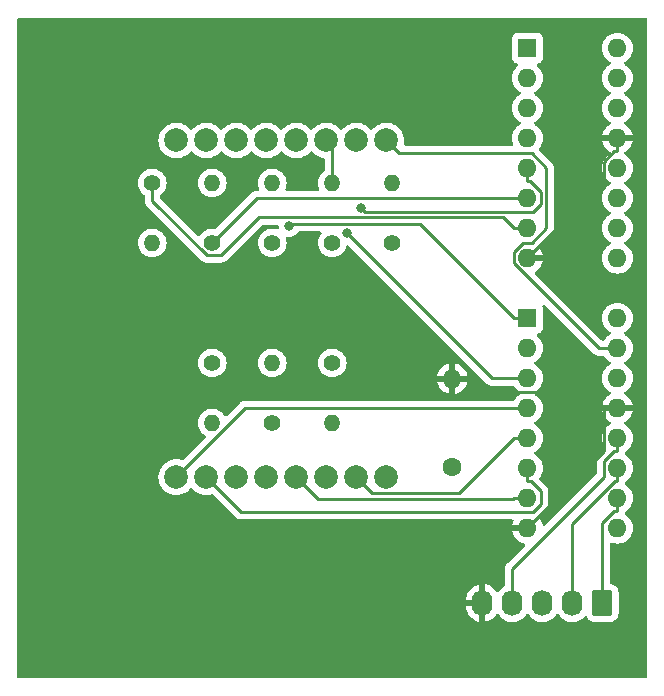
<source format=gtl>
G04 #@! TF.GenerationSoftware,KiCad,Pcbnew,(6.0.0)*
G04 #@! TF.CreationDate,2022-02-13T15:34:51+09:00*
G04 #@! TF.ProjectId,8x8_eyes,3878385f-6579-4657-932e-6b696361645f,rev?*
G04 #@! TF.SameCoordinates,PX87a6900PY6486dd0*
G04 #@! TF.FileFunction,Copper,L1,Top*
G04 #@! TF.FilePolarity,Positive*
%FSLAX46Y46*%
G04 Gerber Fmt 4.6, Leading zero omitted, Abs format (unit mm)*
G04 Created by KiCad (PCBNEW (6.0.0)) date 2022-02-13 15:34:51*
%MOMM*%
%LPD*%
G01*
G04 APERTURE LIST*
G04 Aperture macros list*
%AMRoundRect*
0 Rectangle with rounded corners*
0 $1 Rounding radius*
0 $2 $3 $4 $5 $6 $7 $8 $9 X,Y pos of 4 corners*
0 Add a 4 corners polygon primitive as box body*
4,1,4,$2,$3,$4,$5,$6,$7,$8,$9,$2,$3,0*
0 Add four circle primitives for the rounded corners*
1,1,$1+$1,$2,$3*
1,1,$1+$1,$4,$5*
1,1,$1+$1,$6,$7*
1,1,$1+$1,$8,$9*
0 Add four rect primitives between the rounded corners*
20,1,$1+$1,$2,$3,$4,$5,0*
20,1,$1+$1,$4,$5,$6,$7,0*
20,1,$1+$1,$6,$7,$8,$9,0*
20,1,$1+$1,$8,$9,$2,$3,0*%
G04 Aperture macros list end*
G04 #@! TA.AperFunction,ComponentPad*
%ADD10C,2.000000*%
G04 #@! TD*
G04 #@! TA.AperFunction,ComponentPad*
%ADD11C,1.400000*%
G04 #@! TD*
G04 #@! TA.AperFunction,ComponentPad*
%ADD12O,1.400000X1.400000*%
G04 #@! TD*
G04 #@! TA.AperFunction,ComponentPad*
%ADD13R,1.600000X1.600000*%
G04 #@! TD*
G04 #@! TA.AperFunction,ComponentPad*
%ADD14O,1.600000X1.600000*%
G04 #@! TD*
G04 #@! TA.AperFunction,ComponentPad*
%ADD15RoundRect,0.250000X0.620000X0.845000X-0.620000X0.845000X-0.620000X-0.845000X0.620000X-0.845000X0*%
G04 #@! TD*
G04 #@! TA.AperFunction,ComponentPad*
%ADD16O,1.740000X2.190000*%
G04 #@! TD*
G04 #@! TA.AperFunction,ComponentPad*
%ADD17C,1.600000*%
G04 #@! TD*
G04 #@! TA.AperFunction,ViaPad*
%ADD18C,0.800000*%
G04 #@! TD*
G04 #@! TA.AperFunction,Conductor*
%ADD19C,0.250000*%
G04 #@! TD*
G04 APERTURE END LIST*
D10*
X-13205000Y-10935000D03*
X-10665000Y-10935000D03*
X-8125000Y-10935000D03*
X-5585000Y-10935000D03*
X-3045000Y-10935000D03*
X-505000Y-10935000D03*
X2035000Y-10935000D03*
X4575000Y-10935000D03*
X4575000Y17565000D03*
X2035000Y17565000D03*
X-505000Y17565000D03*
X-3045000Y17565000D03*
X-5585000Y17565000D03*
X-8125000Y17565000D03*
X-10665000Y17565000D03*
X-13205000Y17565000D03*
D11*
X-10160000Y-1270000D03*
D12*
X-10160000Y-6350000D03*
D11*
X0Y-1270000D03*
D12*
X0Y-6350000D03*
D11*
X0Y8890000D03*
D12*
X0Y13970000D03*
D11*
X5080000Y8890000D03*
D12*
X5080000Y13970000D03*
D13*
X16520000Y2525000D03*
D14*
X16520000Y-15000D03*
X16520000Y-2555000D03*
X16520000Y-5095000D03*
X16520000Y-7635000D03*
X16520000Y-10175000D03*
X16520000Y-12715000D03*
X16520000Y-15255000D03*
X24140000Y-15255000D03*
X24140000Y-12715000D03*
X24140000Y-10175000D03*
X24140000Y-7635000D03*
X24140000Y-5095000D03*
X24140000Y-2555000D03*
X24140000Y-15000D03*
X24140000Y2525000D03*
D11*
X-5080000Y8890000D03*
D12*
X-5080000Y13970000D03*
D11*
X-5080000Y-6350000D03*
D12*
X-5080000Y-1270000D03*
D11*
X-15240000Y13970000D03*
D12*
X-15240000Y8890000D03*
D13*
X16520000Y25385000D03*
D14*
X16520000Y22845000D03*
X16520000Y20305000D03*
X16520000Y17765000D03*
X16520000Y15225000D03*
X16520000Y12685000D03*
X16520000Y10145000D03*
X16520000Y7605000D03*
X24140000Y7605000D03*
X24140000Y10145000D03*
X24140000Y12685000D03*
X24140000Y15225000D03*
X24140000Y17765000D03*
X24140000Y20305000D03*
X24140000Y22845000D03*
X24140000Y25385000D03*
D11*
X-10160000Y8890000D03*
D12*
X-10160000Y13970000D03*
D15*
X22860000Y-21590000D03*
D16*
X20320000Y-21590000D03*
X17780000Y-21590000D03*
X15240000Y-21590000D03*
X12700000Y-21590000D03*
D17*
X10160000Y-10100000D03*
D14*
X10160000Y-2600000D03*
D18*
X2456000Y11834900D03*
X-3635200Y10324300D03*
X1236100Y9704100D03*
X-1304985Y26692851D03*
X-25400000Y26670000D03*
X25400000Y26670000D03*
X-25400000Y-26670000D03*
X-1270000Y-26670000D03*
X25400000Y-26670000D03*
D19*
X16520000Y14099700D02*
X16764900Y14099700D01*
X2743200Y11547700D02*
X2456000Y11834900D01*
X16520000Y15225000D02*
X16520000Y14099700D01*
X16996200Y11547700D02*
X2743200Y11547700D01*
X16764900Y14099700D02*
X17666500Y13198100D01*
X17666500Y13198100D02*
X17666500Y12218000D01*
X17666500Y12218000D02*
X16996200Y11547700D01*
X-505000Y17565000D02*
X0Y17060000D01*
X0Y17060000D02*
X0Y13970000D01*
X16520000Y12685000D02*
X15394700Y12685000D01*
X-6365000Y12685000D02*
X15394700Y12685000D01*
X-10160000Y8890000D02*
X-6365000Y12685000D01*
X-10639900Y7862600D02*
X-9418600Y7862600D01*
X-15240000Y13970000D02*
X-15240000Y12462700D01*
X-6197300Y11083900D02*
X14455800Y11083900D01*
X-15240000Y12462700D02*
X-10639900Y7862600D01*
X16520000Y10145000D02*
X15394700Y10145000D01*
X-9418600Y7862600D02*
X-6197300Y11083900D01*
X14455800Y11083900D02*
X15394700Y10145000D01*
X-3463200Y10496300D02*
X7423400Y10496300D01*
X-3635200Y10324300D02*
X-3463200Y10496300D01*
X16520000Y2525000D02*
X15394700Y2525000D01*
X7423400Y10496300D02*
X15394700Y2525000D01*
X13495200Y-2555000D02*
X1236100Y9704100D01*
X16520000Y-2555000D02*
X13495200Y-2555000D01*
X-7365000Y-5095000D02*
X16520000Y-5095000D01*
X-13205000Y-10935000D02*
X-7365000Y-5095000D01*
X3368200Y-12268200D02*
X10761500Y-12268200D01*
X2035000Y-10935000D02*
X3368200Y-12268200D01*
X10761500Y-12268200D02*
X15394700Y-7635000D01*
X16520000Y-7635000D02*
X15394700Y-7635000D01*
X17645300Y-13221400D02*
X17645300Y-12144200D01*
X-7723500Y-13876500D02*
X16990200Y-13876500D01*
X16520000Y-10175000D02*
X16520000Y-11300300D01*
X17645300Y-12144200D02*
X16801400Y-11300300D01*
X-10665000Y-10935000D02*
X-7723500Y-13876500D01*
X16990200Y-13876500D02*
X17645300Y-13221400D01*
X16801400Y-11300300D02*
X16520000Y-11300300D01*
X-3045000Y-10935000D02*
X-1176600Y-12803400D01*
X-1176600Y-12803400D02*
X15306300Y-12803400D01*
X15306300Y-12803400D02*
X15394700Y-12715000D01*
X16520000Y-12715000D02*
X15394700Y-12715000D01*
X12410600Y-3725300D02*
X11285300Y-2600000D01*
X24140000Y16639700D02*
X23876300Y16639700D01*
X23014700Y-8760300D02*
X16520000Y-15255000D01*
X21645000Y-3725300D02*
X12410600Y-3725300D01*
X23014700Y14099700D02*
X16520000Y7605000D01*
X24140000Y-5095000D02*
X23014700Y-5095000D01*
X23014700Y15778100D02*
X23014700Y14099700D01*
X10160000Y-2600000D02*
X11285300Y-2600000D01*
X23876300Y16639700D02*
X23014700Y15778100D01*
X24140000Y17765000D02*
X24140000Y16639700D01*
X23014700Y-5095000D02*
X23014700Y-8760300D01*
X23014700Y-5095000D02*
X21645000Y-3725300D01*
X24140000Y-13840300D02*
X23858700Y-13840300D01*
X22860000Y-14839000D02*
X22860000Y-21590000D01*
X24140000Y-12715000D02*
X24140000Y-13840300D01*
X23858700Y-13840300D02*
X22860000Y-14839000D01*
X24140000Y-10175000D02*
X24140000Y-11300300D01*
X24140000Y-11300300D02*
X23902800Y-11300300D01*
X20320000Y-14883100D02*
X20320000Y-21590000D01*
X23902800Y-11300300D02*
X20320000Y-14883100D01*
X24140000Y-8760300D02*
X23858600Y-8760300D01*
X23014700Y-9604200D02*
X23014700Y-10931300D01*
X15240000Y-18706000D02*
X15240000Y-21590000D01*
X23858600Y-8760300D02*
X23014700Y-9604200D01*
X23014700Y-10931300D02*
X15240000Y-18706000D01*
X24140000Y-7635000D02*
X24140000Y-8760300D01*
X22546400Y-15000D02*
X15358000Y7173400D01*
X18116800Y15254600D02*
X16876400Y16495000D01*
X16116000Y8875000D02*
X16876900Y8875000D01*
X16876900Y8875000D02*
X18116800Y10114900D01*
X15358000Y8117000D02*
X16116000Y8875000D01*
X5645000Y16495000D02*
X4575000Y17565000D01*
X24140000Y-15000D02*
X22546400Y-15000D01*
X15358000Y7173400D02*
X15358000Y8117000D01*
X18116800Y10114900D02*
X18116800Y15254600D01*
X16876400Y16495000D02*
X5645000Y16495000D01*
G04 #@! TA.AperFunction,Conductor*
G36*
X26612121Y27919998D02*
G01*
X26658614Y27866342D01*
X26670000Y27814000D01*
X26670000Y-27814000D01*
X26649998Y-27882121D01*
X26596342Y-27928614D01*
X26544000Y-27940000D01*
X-26544000Y-27940000D01*
X-26612121Y-27919998D01*
X-26658614Y-27866342D01*
X-26670000Y-27814000D01*
X-26670000Y-21871054D01*
X11322000Y-21871054D01*
X11322225Y-21876363D01*
X11336339Y-22042707D01*
X11338129Y-22053179D01*
X11394198Y-22269202D01*
X11397734Y-22279242D01*
X11489399Y-22482732D01*
X11494568Y-22492018D01*
X11619210Y-22677155D01*
X11625871Y-22685441D01*
X11779924Y-22846930D01*
X11787892Y-22853979D01*
X11966952Y-22987203D01*
X11975982Y-22992802D01*
X12174931Y-23093953D01*
X12184792Y-23097956D01*
X12397929Y-23164138D01*
X12408309Y-23166420D01*
X12428043Y-23169036D01*
X12442207Y-23166840D01*
X12446000Y-23153655D01*
X12446000Y-21862115D01*
X12441525Y-21846876D01*
X12440135Y-21845671D01*
X12432452Y-21844000D01*
X11340115Y-21844000D01*
X11324876Y-21848475D01*
X11323671Y-21849865D01*
X11322000Y-21857548D01*
X11322000Y-21871054D01*
X-26670000Y-21871054D01*
X-26670000Y-21317885D01*
X11322000Y-21317885D01*
X11326475Y-21333124D01*
X11327865Y-21334329D01*
X11335548Y-21336000D01*
X12427885Y-21336000D01*
X12443124Y-21331525D01*
X12444329Y-21330135D01*
X12446000Y-21322452D01*
X12446000Y-20028373D01*
X12442027Y-20014842D01*
X12431420Y-20013317D01*
X12307812Y-20039252D01*
X12297616Y-20042312D01*
X12090048Y-20124284D01*
X12080511Y-20129018D01*
X11889715Y-20244796D01*
X11881122Y-20251062D01*
X11712559Y-20397333D01*
X11705139Y-20404964D01*
X11563632Y-20577542D01*
X11557607Y-20586309D01*
X11447203Y-20780262D01*
X11442738Y-20789926D01*
X11366590Y-20999711D01*
X11363819Y-21009979D01*
X11323894Y-21230766D01*
X11322961Y-21238995D01*
X11322070Y-21257874D01*
X11322000Y-21260849D01*
X11322000Y-21317885D01*
X-26670000Y-21317885D01*
X-26670000Y-2866522D01*
X8877273Y-2866522D01*
X8924764Y-3043761D01*
X8928510Y-3054053D01*
X9020586Y-3251511D01*
X9026069Y-3261007D01*
X9151028Y-3439467D01*
X9158084Y-3447875D01*
X9312125Y-3601916D01*
X9320533Y-3608972D01*
X9498993Y-3733931D01*
X9508489Y-3739414D01*
X9705947Y-3831490D01*
X9716239Y-3835236D01*
X9888503Y-3881394D01*
X9902599Y-3881058D01*
X9906000Y-3873116D01*
X9906000Y-3867967D01*
X10414000Y-3867967D01*
X10417973Y-3881498D01*
X10426522Y-3882727D01*
X10603761Y-3835236D01*
X10614053Y-3831490D01*
X10811511Y-3739414D01*
X10821007Y-3733931D01*
X10999467Y-3608972D01*
X11007875Y-3601916D01*
X11161916Y-3447875D01*
X11168972Y-3439467D01*
X11293931Y-3261007D01*
X11299414Y-3251511D01*
X11391490Y-3054053D01*
X11395236Y-3043761D01*
X11441394Y-2871497D01*
X11441058Y-2857401D01*
X11433116Y-2854000D01*
X10432115Y-2854000D01*
X10416876Y-2858475D01*
X10415671Y-2859865D01*
X10414000Y-2867548D01*
X10414000Y-3867967D01*
X9906000Y-3867967D01*
X9906000Y-2872115D01*
X9901525Y-2856876D01*
X9900135Y-2855671D01*
X9892452Y-2854000D01*
X8892033Y-2854000D01*
X8878502Y-2857973D01*
X8877273Y-2866522D01*
X-26670000Y-2866522D01*
X-26670000Y-1270000D01*
X-11373116Y-1270000D01*
X-11354686Y-1480655D01*
X-11299956Y-1684910D01*
X-11297634Y-1689891D01*
X-11297633Y-1689892D01*
X-11214686Y-1867771D01*
X-11210589Y-1876558D01*
X-11089301Y-2049776D01*
X-10939776Y-2199301D01*
X-10766558Y-2320589D01*
X-10761580Y-2322910D01*
X-10761577Y-2322912D01*
X-10579892Y-2407633D01*
X-10574910Y-2409956D01*
X-10569602Y-2411378D01*
X-10569600Y-2411379D01*
X-10375970Y-2463262D01*
X-10375968Y-2463262D01*
X-10370655Y-2464686D01*
X-10160000Y-2483116D01*
X-9949345Y-2464686D01*
X-9944032Y-2463262D01*
X-9944030Y-2463262D01*
X-9750400Y-2411379D01*
X-9750398Y-2411378D01*
X-9745090Y-2409956D01*
X-9740108Y-2407633D01*
X-9558423Y-2322912D01*
X-9558420Y-2322910D01*
X-9553442Y-2320589D01*
X-9380224Y-2199301D01*
X-9230699Y-2049776D01*
X-9109411Y-1876558D01*
X-9105313Y-1867771D01*
X-9022367Y-1689892D01*
X-9022366Y-1689891D01*
X-9020044Y-1684910D01*
X-8965314Y-1480655D01*
X-8946884Y-1270000D01*
X-6293116Y-1270000D01*
X-6274686Y-1480655D01*
X-6219956Y-1684910D01*
X-6217634Y-1689891D01*
X-6217633Y-1689892D01*
X-6134686Y-1867771D01*
X-6130589Y-1876558D01*
X-6009301Y-2049776D01*
X-5859776Y-2199301D01*
X-5686558Y-2320589D01*
X-5681580Y-2322910D01*
X-5681577Y-2322912D01*
X-5499892Y-2407633D01*
X-5494910Y-2409956D01*
X-5489602Y-2411378D01*
X-5489600Y-2411379D01*
X-5295970Y-2463262D01*
X-5295968Y-2463262D01*
X-5290655Y-2464686D01*
X-5080000Y-2483116D01*
X-4869345Y-2464686D01*
X-4864032Y-2463262D01*
X-4864030Y-2463262D01*
X-4670400Y-2411379D01*
X-4670398Y-2411378D01*
X-4665090Y-2409956D01*
X-4660108Y-2407633D01*
X-4478423Y-2322912D01*
X-4478420Y-2322910D01*
X-4473442Y-2320589D01*
X-4300224Y-2199301D01*
X-4150699Y-2049776D01*
X-4029411Y-1876558D01*
X-4025313Y-1867771D01*
X-3942367Y-1689892D01*
X-3942366Y-1689891D01*
X-3940044Y-1684910D01*
X-3885314Y-1480655D01*
X-3866884Y-1270000D01*
X-1213116Y-1270000D01*
X-1194686Y-1480655D01*
X-1139956Y-1684910D01*
X-1137634Y-1689891D01*
X-1137633Y-1689892D01*
X-1054686Y-1867771D01*
X-1050589Y-1876558D01*
X-929301Y-2049776D01*
X-779776Y-2199301D01*
X-606558Y-2320589D01*
X-601580Y-2322910D01*
X-601577Y-2322912D01*
X-419892Y-2407633D01*
X-414910Y-2409956D01*
X-409602Y-2411378D01*
X-409600Y-2411379D01*
X-215970Y-2463262D01*
X-215968Y-2463262D01*
X-210655Y-2464686D01*
X0Y-2483116D01*
X210655Y-2464686D01*
X215968Y-2463262D01*
X215970Y-2463262D01*
X409600Y-2411379D01*
X409602Y-2411378D01*
X414910Y-2409956D01*
X419892Y-2407633D01*
X589587Y-2328503D01*
X8878606Y-2328503D01*
X8878942Y-2342599D01*
X8886884Y-2346000D01*
X9887885Y-2346000D01*
X9903124Y-2341525D01*
X9904329Y-2340135D01*
X9906000Y-2332452D01*
X9906000Y-2327885D01*
X10414000Y-2327885D01*
X10418475Y-2343124D01*
X10419865Y-2344329D01*
X10427548Y-2346000D01*
X11427967Y-2346000D01*
X11441498Y-2342027D01*
X11442727Y-2333478D01*
X11395236Y-2156239D01*
X11391490Y-2145947D01*
X11299414Y-1948489D01*
X11293931Y-1938993D01*
X11168972Y-1760533D01*
X11161916Y-1752125D01*
X11007875Y-1598084D01*
X10999467Y-1591028D01*
X10821007Y-1466069D01*
X10811511Y-1460586D01*
X10614053Y-1368510D01*
X10603761Y-1364764D01*
X10431497Y-1318606D01*
X10417401Y-1318942D01*
X10414000Y-1326884D01*
X10414000Y-2327885D01*
X9906000Y-2327885D01*
X9906000Y-1332033D01*
X9902027Y-1318502D01*
X9893478Y-1317273D01*
X9716239Y-1364764D01*
X9705947Y-1368510D01*
X9508489Y-1460586D01*
X9498993Y-1466069D01*
X9320533Y-1591028D01*
X9312125Y-1598084D01*
X9158084Y-1752125D01*
X9151028Y-1760533D01*
X9026069Y-1938993D01*
X9020586Y-1948489D01*
X8928510Y-2145947D01*
X8924764Y-2156239D01*
X8878606Y-2328503D01*
X589587Y-2328503D01*
X601577Y-2322912D01*
X601580Y-2322910D01*
X606558Y-2320589D01*
X779776Y-2199301D01*
X929301Y-2049776D01*
X1050589Y-1876558D01*
X1054687Y-1867771D01*
X1137633Y-1689892D01*
X1137634Y-1689891D01*
X1139956Y-1684910D01*
X1194686Y-1480655D01*
X1213116Y-1270000D01*
X1194686Y-1059345D01*
X1139956Y-855090D01*
X1050589Y-663442D01*
X929301Y-490224D01*
X779776Y-340699D01*
X606558Y-219411D01*
X601580Y-217090D01*
X601577Y-217088D01*
X419892Y-132367D01*
X419891Y-132366D01*
X414910Y-130044D01*
X409602Y-128622D01*
X409600Y-128621D01*
X215970Y-76738D01*
X215968Y-76738D01*
X210655Y-75314D01*
X0Y-56884D01*
X-210655Y-75314D01*
X-215968Y-76738D01*
X-215970Y-76738D01*
X-409600Y-128621D01*
X-409602Y-128622D01*
X-414910Y-130044D01*
X-419891Y-132366D01*
X-419892Y-132367D01*
X-601577Y-217088D01*
X-601580Y-217090D01*
X-606558Y-219411D01*
X-779776Y-340699D01*
X-929301Y-490224D01*
X-1050589Y-663442D01*
X-1139956Y-855090D01*
X-1194686Y-1059345D01*
X-1213116Y-1270000D01*
X-3866884Y-1270000D01*
X-3885314Y-1059345D01*
X-3940044Y-855090D01*
X-4029411Y-663442D01*
X-4150699Y-490224D01*
X-4300224Y-340699D01*
X-4473442Y-219411D01*
X-4478420Y-217090D01*
X-4478423Y-217088D01*
X-4660108Y-132367D01*
X-4660109Y-132366D01*
X-4665090Y-130044D01*
X-4670398Y-128622D01*
X-4670400Y-128621D01*
X-4864030Y-76738D01*
X-4864032Y-76738D01*
X-4869345Y-75314D01*
X-5080000Y-56884D01*
X-5290655Y-75314D01*
X-5295968Y-76738D01*
X-5295970Y-76738D01*
X-5489600Y-128621D01*
X-5489602Y-128622D01*
X-5494910Y-130044D01*
X-5499891Y-132366D01*
X-5499892Y-132367D01*
X-5681577Y-217088D01*
X-5681580Y-217090D01*
X-5686558Y-219411D01*
X-5859776Y-340699D01*
X-6009301Y-490224D01*
X-6130589Y-663442D01*
X-6219956Y-855090D01*
X-6274686Y-1059345D01*
X-6293116Y-1270000D01*
X-8946884Y-1270000D01*
X-8965314Y-1059345D01*
X-9020044Y-855090D01*
X-9109411Y-663442D01*
X-9230699Y-490224D01*
X-9380224Y-340699D01*
X-9553442Y-219411D01*
X-9558420Y-217090D01*
X-9558423Y-217088D01*
X-9740108Y-132367D01*
X-9740109Y-132366D01*
X-9745090Y-130044D01*
X-9750398Y-128622D01*
X-9750400Y-128621D01*
X-9944030Y-76738D01*
X-9944032Y-76738D01*
X-9949345Y-75314D01*
X-10160000Y-56884D01*
X-10370655Y-75314D01*
X-10375968Y-76738D01*
X-10375970Y-76738D01*
X-10569600Y-128621D01*
X-10569602Y-128622D01*
X-10574910Y-130044D01*
X-10579891Y-132366D01*
X-10579892Y-132367D01*
X-10761577Y-217088D01*
X-10761580Y-217090D01*
X-10766558Y-219411D01*
X-10939776Y-340699D01*
X-11089301Y-490224D01*
X-11210589Y-663442D01*
X-11299956Y-855090D01*
X-11354686Y-1059345D01*
X-11373116Y-1270000D01*
X-26670000Y-1270000D01*
X-26670000Y8890000D01*
X-16453116Y8890000D01*
X-16434686Y8679345D01*
X-16433262Y8674032D01*
X-16433262Y8674030D01*
X-16397234Y8539574D01*
X-16379956Y8475090D01*
X-16377634Y8470109D01*
X-16377633Y8470108D01*
X-16293172Y8288982D01*
X-16290589Y8283442D01*
X-16169301Y8110224D01*
X-16019776Y7960699D01*
X-15846558Y7839411D01*
X-15841580Y7837090D01*
X-15841577Y7837088D01*
X-15764445Y7801121D01*
X-15654910Y7750044D01*
X-15649602Y7748622D01*
X-15649600Y7748621D01*
X-15455970Y7696738D01*
X-15455968Y7696738D01*
X-15450655Y7695314D01*
X-15240000Y7676884D01*
X-15029345Y7695314D01*
X-15024032Y7696738D01*
X-15024030Y7696738D01*
X-14830400Y7748621D01*
X-14830398Y7748622D01*
X-14825090Y7750044D01*
X-14715555Y7801121D01*
X-14638423Y7837088D01*
X-14638420Y7837090D01*
X-14633442Y7839411D01*
X-14460224Y7960699D01*
X-14310699Y8110224D01*
X-14189411Y8283442D01*
X-14186827Y8288982D01*
X-14102367Y8470108D01*
X-14102366Y8470109D01*
X-14100044Y8475090D01*
X-14082765Y8539574D01*
X-14046738Y8674030D01*
X-14046738Y8674032D01*
X-14045314Y8679345D01*
X-14026884Y8890000D01*
X-14045314Y9100655D01*
X-14100044Y9304910D01*
X-14117364Y9342053D01*
X-14187088Y9491577D01*
X-14187090Y9491580D01*
X-14189411Y9496558D01*
X-14310699Y9669776D01*
X-14460224Y9819301D01*
X-14633442Y9940589D01*
X-14638420Y9942910D01*
X-14638423Y9942912D01*
X-14820108Y10027633D01*
X-14820109Y10027634D01*
X-14825090Y10029956D01*
X-14830398Y10031378D01*
X-14830400Y10031379D01*
X-15024030Y10083262D01*
X-15024032Y10083262D01*
X-15029345Y10084686D01*
X-15240000Y10103116D01*
X-15450655Y10084686D01*
X-15455968Y10083262D01*
X-15455970Y10083262D01*
X-15649600Y10031379D01*
X-15649602Y10031378D01*
X-15654910Y10029956D01*
X-15659891Y10027634D01*
X-15659892Y10027633D01*
X-15841577Y9942912D01*
X-15841580Y9942910D01*
X-15846558Y9940589D01*
X-16019776Y9819301D01*
X-16169301Y9669776D01*
X-16290589Y9496558D01*
X-16292910Y9491580D01*
X-16292912Y9491577D01*
X-16362636Y9342053D01*
X-16379956Y9304910D01*
X-16434686Y9100655D01*
X-16453116Y8890000D01*
X-26670000Y8890000D01*
X-26670000Y13970000D01*
X-16453116Y13970000D01*
X-16434686Y13759345D01*
X-16379956Y13555090D01*
X-16377634Y13550109D01*
X-16377633Y13550108D01*
X-16294686Y13372229D01*
X-16290589Y13363442D01*
X-16169301Y13190224D01*
X-16019776Y13040699D01*
X-16015264Y13037540D01*
X-15927230Y12975898D01*
X-15882901Y12920441D01*
X-15873500Y12872685D01*
X-15873500Y12541467D01*
X-15874027Y12530284D01*
X-15875702Y12522791D01*
X-15875453Y12514865D01*
X-15875453Y12514864D01*
X-15873562Y12454714D01*
X-15873500Y12450755D01*
X-15873500Y12422844D01*
X-15873003Y12418910D01*
X-15873003Y12418909D01*
X-15872995Y12418844D01*
X-15872062Y12407007D01*
X-15870673Y12362811D01*
X-15865022Y12343361D01*
X-15861013Y12324000D01*
X-15858474Y12303903D01*
X-15855555Y12296532D01*
X-15855555Y12296530D01*
X-15842196Y12262788D01*
X-15838351Y12251558D01*
X-15826018Y12209107D01*
X-15821985Y12202288D01*
X-15821983Y12202283D01*
X-15815707Y12191672D01*
X-15807012Y12173924D01*
X-15799552Y12155083D01*
X-15794890Y12148667D01*
X-15794890Y12148666D01*
X-15773564Y12119313D01*
X-15767048Y12109393D01*
X-15744542Y12071338D01*
X-15730221Y12057017D01*
X-15717381Y12041984D01*
X-15705472Y12025593D01*
X-15671395Y11997402D01*
X-15662616Y11989412D01*
X-11143552Y7470347D01*
X-11136012Y7462061D01*
X-11131900Y7455582D01*
X-11126123Y7450157D01*
X-11082249Y7408957D01*
X-11079407Y7406202D01*
X-11059670Y7386465D01*
X-11056473Y7383985D01*
X-11047453Y7376282D01*
X-11015221Y7346014D01*
X-11008275Y7342195D01*
X-11008272Y7342193D01*
X-10997466Y7336252D01*
X-10980947Y7325401D01*
X-10964941Y7312986D01*
X-10957672Y7309841D01*
X-10957668Y7309838D01*
X-10924363Y7295426D01*
X-10913713Y7290209D01*
X-10874960Y7268905D01*
X-10867285Y7266934D01*
X-10867284Y7266934D01*
X-10855338Y7263867D01*
X-10836633Y7257463D01*
X-10818045Y7249419D01*
X-10810222Y7248180D01*
X-10810212Y7248177D01*
X-10774376Y7242501D01*
X-10762756Y7240095D01*
X-10730941Y7231927D01*
X-10719930Y7229100D01*
X-10699676Y7229100D01*
X-10679966Y7227549D01*
X-10659957Y7224380D01*
X-10652065Y7225126D01*
X-10633320Y7226898D01*
X-10615938Y7228541D01*
X-10604081Y7229100D01*
X-9497367Y7229100D01*
X-9486184Y7228573D01*
X-9478691Y7226898D01*
X-9470765Y7227147D01*
X-9470764Y7227147D01*
X-9410614Y7229038D01*
X-9406655Y7229100D01*
X-9378744Y7229100D01*
X-9374809Y7229597D01*
X-9374744Y7229605D01*
X-9362907Y7230538D01*
X-9330649Y7231552D01*
X-9326630Y7231678D01*
X-9318711Y7231927D01*
X-9299257Y7237579D01*
X-9279900Y7241587D01*
X-9267670Y7243132D01*
X-9267669Y7243132D01*
X-9259803Y7244126D01*
X-9252432Y7247045D01*
X-9252430Y7247045D01*
X-9218688Y7260404D01*
X-9207458Y7264249D01*
X-9172617Y7274371D01*
X-9172616Y7274371D01*
X-9165007Y7276582D01*
X-9158188Y7280615D01*
X-9158183Y7280617D01*
X-9147572Y7286893D01*
X-9129824Y7295588D01*
X-9110983Y7303048D01*
X-9075213Y7329036D01*
X-9065293Y7335552D01*
X-9034065Y7354020D01*
X-9034062Y7354022D01*
X-9027238Y7358058D01*
X-9012917Y7372379D01*
X-8997883Y7385220D01*
X-8987906Y7392469D01*
X-8981493Y7397128D01*
X-8953302Y7431205D01*
X-8945312Y7439984D01*
X-5971801Y10413495D01*
X-5909489Y10447521D01*
X-5882706Y10450400D01*
X-4674014Y10450400D01*
X-4605893Y10430398D01*
X-4559400Y10376742D01*
X-4548472Y10326506D01*
X-4548704Y10324300D01*
X-4532661Y10171663D01*
X-4545433Y10101826D01*
X-4593935Y10049980D01*
X-4662768Y10032585D01*
X-4690582Y10036787D01*
X-4864030Y10083262D01*
X-4864032Y10083262D01*
X-4869345Y10084686D01*
X-5080000Y10103116D01*
X-5290655Y10084686D01*
X-5295968Y10083262D01*
X-5295970Y10083262D01*
X-5489600Y10031379D01*
X-5489602Y10031378D01*
X-5494910Y10029956D01*
X-5499891Y10027634D01*
X-5499892Y10027633D01*
X-5681577Y9942912D01*
X-5681580Y9942910D01*
X-5686558Y9940589D01*
X-5859776Y9819301D01*
X-6009301Y9669776D01*
X-6130589Y9496558D01*
X-6132910Y9491580D01*
X-6132912Y9491577D01*
X-6202636Y9342053D01*
X-6219956Y9304910D01*
X-6274686Y9100655D01*
X-6293116Y8890000D01*
X-6274686Y8679345D01*
X-6273262Y8674032D01*
X-6273262Y8674030D01*
X-6237234Y8539574D01*
X-6219956Y8475090D01*
X-6217634Y8470109D01*
X-6217633Y8470108D01*
X-6133172Y8288982D01*
X-6130589Y8283442D01*
X-6009301Y8110224D01*
X-5859776Y7960699D01*
X-5686558Y7839411D01*
X-5681580Y7837090D01*
X-5681577Y7837088D01*
X-5604445Y7801121D01*
X-5494910Y7750044D01*
X-5489602Y7748622D01*
X-5489600Y7748621D01*
X-5295970Y7696738D01*
X-5295968Y7696738D01*
X-5290655Y7695314D01*
X-5080000Y7676884D01*
X-4869345Y7695314D01*
X-4864032Y7696738D01*
X-4864030Y7696738D01*
X-4670400Y7748621D01*
X-4670398Y7748622D01*
X-4665090Y7750044D01*
X-4555555Y7801121D01*
X-4478423Y7837088D01*
X-4478420Y7837090D01*
X-4473442Y7839411D01*
X-4300224Y7960699D01*
X-4150699Y8110224D01*
X-4029411Y8283442D01*
X-4026827Y8288982D01*
X-3942367Y8470108D01*
X-3942366Y8470109D01*
X-3940044Y8475090D01*
X-3922765Y8539574D01*
X-3886738Y8674030D01*
X-3886738Y8674032D01*
X-3885314Y8679345D01*
X-3866884Y8890000D01*
X-3885314Y9100655D01*
X-3930979Y9271079D01*
X-3929289Y9342053D01*
X-3889495Y9400849D01*
X-3824231Y9428797D01*
X-3783076Y9426935D01*
X-3742434Y9418297D01*
X-3730687Y9415800D01*
X-3539713Y9415800D01*
X-3533261Y9417172D01*
X-3533256Y9417172D01*
X-3446313Y9435653D01*
X-3352912Y9455506D01*
X-3321512Y9469486D01*
X-3184478Y9530497D01*
X-3184476Y9530498D01*
X-3178448Y9533182D01*
X-3023947Y9645434D01*
X-2998522Y9673671D01*
X-2900579Y9782448D01*
X-2900578Y9782449D01*
X-2896160Y9787356D01*
X-2892861Y9793071D01*
X-2892856Y9793077D01*
X-2888973Y9799803D01*
X-2837589Y9848795D01*
X-2779856Y9862800D01*
X-1036187Y9862800D01*
X-968066Y9842798D01*
X-921573Y9789142D01*
X-911469Y9718868D01*
X-932973Y9664532D01*
X-1050589Y9496558D01*
X-1052910Y9491580D01*
X-1052912Y9491577D01*
X-1122636Y9342053D01*
X-1139956Y9304910D01*
X-1194686Y9100655D01*
X-1213116Y8890000D01*
X-1194686Y8679345D01*
X-1193262Y8674032D01*
X-1193262Y8674030D01*
X-1157234Y8539574D01*
X-1139956Y8475090D01*
X-1137634Y8470109D01*
X-1137633Y8470108D01*
X-1053172Y8288982D01*
X-1050589Y8283442D01*
X-929301Y8110224D01*
X-779776Y7960699D01*
X-606558Y7839411D01*
X-601580Y7837090D01*
X-601577Y7837088D01*
X-524445Y7801121D01*
X-414910Y7750044D01*
X-409602Y7748622D01*
X-409600Y7748621D01*
X-215970Y7696738D01*
X-215968Y7696738D01*
X-210655Y7695314D01*
X0Y7676884D01*
X210655Y7695314D01*
X215968Y7696738D01*
X215970Y7696738D01*
X409600Y7748621D01*
X409602Y7748622D01*
X414910Y7750044D01*
X524445Y7801121D01*
X601577Y7837088D01*
X601580Y7837090D01*
X606558Y7839411D01*
X779776Y7960699D01*
X929301Y8110224D01*
X1050589Y8283442D01*
X1053173Y8288982D01*
X1137633Y8470108D01*
X1137634Y8470109D01*
X1139956Y8475090D01*
X1157235Y8539574D01*
X1174183Y8602827D01*
X1211135Y8663450D01*
X1274995Y8694471D01*
X1345490Y8686043D01*
X1384985Y8659311D01*
X12991543Y-2947247D01*
X12999087Y-2955537D01*
X13003200Y-2962018D01*
X13008977Y-2967443D01*
X13052867Y-3008658D01*
X13055709Y-3011413D01*
X13075430Y-3031134D01*
X13078625Y-3033612D01*
X13087647Y-3041318D01*
X13119879Y-3071586D01*
X13126828Y-3075406D01*
X13137632Y-3081346D01*
X13154156Y-3092199D01*
X13170159Y-3104613D01*
X13210743Y-3122176D01*
X13221373Y-3127383D01*
X13260140Y-3148695D01*
X13267817Y-3150666D01*
X13267822Y-3150668D01*
X13279758Y-3153732D01*
X13298466Y-3160137D01*
X13317055Y-3168181D01*
X13324880Y-3169420D01*
X13324882Y-3169421D01*
X13360719Y-3175097D01*
X13372340Y-3177504D01*
X13407489Y-3186528D01*
X13415170Y-3188500D01*
X13435431Y-3188500D01*
X13455140Y-3190051D01*
X13475143Y-3193219D01*
X13483035Y-3192473D01*
X13488262Y-3191979D01*
X13519154Y-3189059D01*
X13531011Y-3188500D01*
X15300606Y-3188500D01*
X15368727Y-3208502D01*
X15403819Y-3242229D01*
X15416968Y-3261007D01*
X15513802Y-3399300D01*
X15675700Y-3561198D01*
X15680208Y-3564355D01*
X15680211Y-3564357D01*
X15733851Y-3601916D01*
X15863251Y-3692523D01*
X15868233Y-3694846D01*
X15868238Y-3694849D01*
X15902457Y-3710805D01*
X15955742Y-3757722D01*
X15975203Y-3825999D01*
X15954661Y-3893959D01*
X15902457Y-3939195D01*
X15868238Y-3955151D01*
X15868233Y-3955154D01*
X15863251Y-3957477D01*
X15758389Y-4030902D01*
X15680211Y-4085643D01*
X15680208Y-4085645D01*
X15675700Y-4088802D01*
X15513802Y-4250700D01*
X15510645Y-4255208D01*
X15510643Y-4255211D01*
X15403819Y-4407771D01*
X15348362Y-4452099D01*
X15300606Y-4461500D01*
X-7286233Y-4461500D01*
X-7297416Y-4460973D01*
X-7304909Y-4459298D01*
X-7312835Y-4459547D01*
X-7312836Y-4459547D01*
X-7372986Y-4461438D01*
X-7376945Y-4461500D01*
X-7404856Y-4461500D01*
X-7408790Y-4461997D01*
X-7408791Y-4461997D01*
X-7408856Y-4462005D01*
X-7420693Y-4462938D01*
X-7452510Y-4463938D01*
X-7456971Y-4464078D01*
X-7464890Y-4464327D01*
X-7482546Y-4469456D01*
X-7484342Y-4469978D01*
X-7503694Y-4473986D01*
X-7510765Y-4474880D01*
X-7523797Y-4476526D01*
X-7531166Y-4479443D01*
X-7531168Y-4479444D01*
X-7564903Y-4492800D01*
X-7576131Y-4496645D01*
X-7618593Y-4508982D01*
X-7625415Y-4513016D01*
X-7625421Y-4513019D01*
X-7636032Y-4519294D01*
X-7653782Y-4527990D01*
X-7665244Y-4532528D01*
X-7665249Y-4532531D01*
X-7672617Y-4535448D01*
X-7679032Y-4540109D01*
X-7708375Y-4561427D01*
X-7718293Y-4567943D01*
X-7736981Y-4578995D01*
X-7756363Y-4590458D01*
X-7770687Y-4604782D01*
X-7785719Y-4617621D01*
X-7802107Y-4629528D01*
X-7820068Y-4651239D01*
X-7830288Y-4663593D01*
X-7838278Y-4672373D01*
X-8920838Y-5754933D01*
X-8983150Y-5788959D01*
X-9053965Y-5783894D01*
X-9113146Y-5738108D01*
X-9117858Y-5731379D01*
X-9230699Y-5570224D01*
X-9380224Y-5420699D01*
X-9553442Y-5299411D01*
X-9558420Y-5297090D01*
X-9558423Y-5297088D01*
X-9740108Y-5212367D01*
X-9740109Y-5212366D01*
X-9745090Y-5210044D01*
X-9750398Y-5208622D01*
X-9750400Y-5208621D01*
X-9944030Y-5156738D01*
X-9944032Y-5156738D01*
X-9949345Y-5155314D01*
X-10160000Y-5136884D01*
X-10370655Y-5155314D01*
X-10375968Y-5156738D01*
X-10375970Y-5156738D01*
X-10569600Y-5208621D01*
X-10569602Y-5208622D01*
X-10574910Y-5210044D01*
X-10579891Y-5212366D01*
X-10579892Y-5212367D01*
X-10761577Y-5297088D01*
X-10761580Y-5297090D01*
X-10766558Y-5299411D01*
X-10939776Y-5420699D01*
X-11089301Y-5570224D01*
X-11210589Y-5743442D01*
X-11212910Y-5748420D01*
X-11212912Y-5748423D01*
X-11216448Y-5756007D01*
X-11299956Y-5935090D01*
X-11354686Y-6139345D01*
X-11373116Y-6350000D01*
X-11354686Y-6560655D01*
X-11299956Y-6764910D01*
X-11297634Y-6769891D01*
X-11297633Y-6769892D01*
X-11213455Y-6950411D01*
X-11210589Y-6956558D01*
X-11089301Y-7129776D01*
X-10939776Y-7279301D01*
X-10935264Y-7282460D01*
X-10771892Y-7396854D01*
X-10727563Y-7452311D01*
X-10720254Y-7522930D01*
X-10755067Y-7589162D01*
X-12626541Y-9460636D01*
X-12688853Y-9494662D01*
X-12745049Y-9494060D01*
X-12798015Y-9481344D01*
X-12963476Y-9441620D01*
X-12963482Y-9441619D01*
X-12968289Y-9440465D01*
X-13205000Y-9421835D01*
X-13441711Y-9440465D01*
X-13446518Y-9441619D01*
X-13446524Y-9441620D01*
X-13563584Y-9469724D01*
X-13672594Y-9495895D01*
X-13677165Y-9497788D01*
X-13677167Y-9497789D01*
X-13887389Y-9584865D01*
X-13887393Y-9584867D01*
X-13891963Y-9586760D01*
X-13896183Y-9589346D01*
X-14090202Y-9708241D01*
X-14090208Y-9708245D01*
X-14094416Y-9710824D01*
X-14274969Y-9865031D01*
X-14429176Y-10045584D01*
X-14431755Y-10049792D01*
X-14431759Y-10049798D01*
X-14505128Y-10169525D01*
X-14553240Y-10248037D01*
X-14555133Y-10252607D01*
X-14555135Y-10252611D01*
X-14619665Y-10408402D01*
X-14644105Y-10467406D01*
X-14645260Y-10472218D01*
X-14692478Y-10668895D01*
X-14699535Y-10698289D01*
X-14718165Y-10935000D01*
X-14699535Y-11171711D01*
X-14698381Y-11176518D01*
X-14698380Y-11176524D01*
X-14696499Y-11184357D01*
X-14644105Y-11402594D01*
X-14642212Y-11407165D01*
X-14642211Y-11407167D01*
X-14556249Y-11614698D01*
X-14553240Y-11621963D01*
X-14550654Y-11626183D01*
X-14431759Y-11820202D01*
X-14431755Y-11820208D01*
X-14429176Y-11824416D01*
X-14274969Y-12004969D01*
X-14094416Y-12159176D01*
X-14090208Y-12161755D01*
X-14090202Y-12161759D01*
X-13896183Y-12280654D01*
X-13891963Y-12283240D01*
X-13887393Y-12285133D01*
X-13887389Y-12285135D01*
X-13677167Y-12372211D01*
X-13672594Y-12374105D01*
X-13592391Y-12393360D01*
X-13446524Y-12428380D01*
X-13446518Y-12428381D01*
X-13441711Y-12429535D01*
X-13205000Y-12448165D01*
X-12968289Y-12429535D01*
X-12963482Y-12428381D01*
X-12963476Y-12428380D01*
X-12817609Y-12393360D01*
X-12737406Y-12374105D01*
X-12732833Y-12372211D01*
X-12522611Y-12285135D01*
X-12522607Y-12285133D01*
X-12518037Y-12283240D01*
X-12513817Y-12280654D01*
X-12319798Y-12161759D01*
X-12319792Y-12161755D01*
X-12315584Y-12159176D01*
X-12135031Y-12004969D01*
X-12131823Y-12001213D01*
X-12131818Y-12001208D01*
X-12030811Y-11882944D01*
X-11971361Y-11844134D01*
X-11900366Y-11843628D01*
X-11839189Y-11882944D01*
X-11738182Y-12001208D01*
X-11738177Y-12001213D01*
X-11734969Y-12004969D01*
X-11554416Y-12159176D01*
X-11550208Y-12161755D01*
X-11550202Y-12161759D01*
X-11356183Y-12280654D01*
X-11351963Y-12283240D01*
X-11347393Y-12285133D01*
X-11347389Y-12285135D01*
X-11137167Y-12372211D01*
X-11132594Y-12374105D01*
X-11052391Y-12393360D01*
X-10906524Y-12428380D01*
X-10906518Y-12428381D01*
X-10901711Y-12429535D01*
X-10665000Y-12448165D01*
X-10428289Y-12429535D01*
X-10423482Y-12428381D01*
X-10423476Y-12428380D01*
X-10205049Y-12375940D01*
X-10134141Y-12379487D01*
X-10086540Y-12409364D01*
X-8227157Y-14268747D01*
X-8219613Y-14277037D01*
X-8215500Y-14283518D01*
X-8209723Y-14288943D01*
X-8165833Y-14330158D01*
X-8162991Y-14332913D01*
X-8143270Y-14352634D01*
X-8140075Y-14355112D01*
X-8131053Y-14362818D01*
X-8098821Y-14393086D01*
X-8087642Y-14399232D01*
X-8081068Y-14402846D01*
X-8064544Y-14413699D01*
X-8048541Y-14426113D01*
X-8007957Y-14443676D01*
X-7997327Y-14448883D01*
X-7958560Y-14470195D01*
X-7950883Y-14472166D01*
X-7950878Y-14472168D01*
X-7938942Y-14475232D01*
X-7920234Y-14481637D01*
X-7901645Y-14489681D01*
X-7893817Y-14490921D01*
X-7893810Y-14490923D01*
X-7857976Y-14496599D01*
X-7846356Y-14499005D01*
X-7814541Y-14507173D01*
X-7803530Y-14510000D01*
X-7783276Y-14510000D01*
X-7763566Y-14511551D01*
X-7743557Y-14514720D01*
X-7735665Y-14513974D01*
X-7699539Y-14510559D01*
X-7687681Y-14510000D01*
X15226400Y-14510000D01*
X15294521Y-14530002D01*
X15341014Y-14583658D01*
X15351118Y-14653932D01*
X15340595Y-14689250D01*
X15288510Y-14800947D01*
X15284764Y-14811239D01*
X15238606Y-14983503D01*
X15238942Y-14997599D01*
X15246884Y-15001000D01*
X16648000Y-15001000D01*
X16716121Y-15021002D01*
X16762614Y-15074658D01*
X16774000Y-15127000D01*
X16774000Y-15383000D01*
X16753998Y-15451121D01*
X16700342Y-15497614D01*
X16648000Y-15509000D01*
X15252033Y-15509000D01*
X15238502Y-15512973D01*
X15237273Y-15521522D01*
X15284764Y-15698761D01*
X15288510Y-15709053D01*
X15380586Y-15906511D01*
X15386069Y-15916007D01*
X15511028Y-16094467D01*
X15518084Y-16102875D01*
X15672125Y-16256916D01*
X15680533Y-16263972D01*
X15858993Y-16388931D01*
X15868489Y-16394414D01*
X16065947Y-16486490D01*
X16076236Y-16490235D01*
X16246857Y-16535953D01*
X16307479Y-16572905D01*
X16338501Y-16636766D01*
X16330072Y-16707260D01*
X16303340Y-16746755D01*
X14847747Y-18202348D01*
X14839461Y-18209888D01*
X14832982Y-18214000D01*
X14827557Y-18219777D01*
X14786357Y-18263651D01*
X14783602Y-18266493D01*
X14763865Y-18286230D01*
X14761385Y-18289427D01*
X14753682Y-18298447D01*
X14723414Y-18330679D01*
X14719595Y-18337625D01*
X14719593Y-18337628D01*
X14713652Y-18348434D01*
X14702801Y-18364953D01*
X14690386Y-18380959D01*
X14687241Y-18388228D01*
X14687238Y-18388232D01*
X14672826Y-18421537D01*
X14667609Y-18432187D01*
X14646305Y-18470940D01*
X14644334Y-18478615D01*
X14644334Y-18478616D01*
X14641267Y-18490562D01*
X14634863Y-18509266D01*
X14626819Y-18527855D01*
X14625580Y-18535678D01*
X14625577Y-18535688D01*
X14619901Y-18571524D01*
X14617495Y-18583144D01*
X14606500Y-18625970D01*
X14606500Y-18646224D01*
X14604949Y-18665934D01*
X14601780Y-18685943D01*
X14602526Y-18693835D01*
X14605941Y-18729961D01*
X14606500Y-18741819D01*
X14606500Y-20066010D01*
X14586498Y-20134131D01*
X14545865Y-20173729D01*
X14429420Y-20244389D01*
X14429416Y-20244392D01*
X14424856Y-20247159D01*
X14248166Y-20400483D01*
X14099835Y-20581386D01*
X14097197Y-20586021D01*
X14097194Y-20586025D01*
X14078423Y-20619001D01*
X14027341Y-20668307D01*
X13957711Y-20682169D01*
X13891640Y-20656186D01*
X13864401Y-20627036D01*
X13780790Y-20502845D01*
X13774129Y-20494559D01*
X13620076Y-20333070D01*
X13612108Y-20326021D01*
X13433048Y-20192797D01*
X13424018Y-20187198D01*
X13225069Y-20086047D01*
X13215208Y-20082044D01*
X13002071Y-20015862D01*
X12991691Y-20013580D01*
X12971957Y-20010964D01*
X12957793Y-20013160D01*
X12954000Y-20026345D01*
X12954000Y-23151627D01*
X12957973Y-23165158D01*
X12968580Y-23166683D01*
X13092188Y-23140748D01*
X13102384Y-23137688D01*
X13309952Y-23055716D01*
X13319489Y-23050982D01*
X13510285Y-22935204D01*
X13518878Y-22928938D01*
X13687441Y-22782667D01*
X13694861Y-22775036D01*
X13836368Y-22602458D01*
X13842393Y-22593691D01*
X13860989Y-22561022D01*
X13912071Y-22511715D01*
X13981702Y-22497854D01*
X14047773Y-22523837D01*
X14075011Y-22552987D01*
X14161798Y-22681896D01*
X14323276Y-22851168D01*
X14510965Y-22990813D01*
X14515716Y-22993229D01*
X14515720Y-22993231D01*
X14714744Y-23094420D01*
X14719500Y-23096838D01*
X14942917Y-23166210D01*
X14948204Y-23166911D01*
X14948205Y-23166911D01*
X15169545Y-23196248D01*
X15169549Y-23196248D01*
X15174829Y-23196948D01*
X15180158Y-23196748D01*
X15180160Y-23196748D01*
X15291717Y-23192560D01*
X15408604Y-23188172D01*
X15511019Y-23166683D01*
X15632332Y-23141229D01*
X15632335Y-23141228D01*
X15637559Y-23140132D01*
X15855146Y-23054203D01*
X15964860Y-22987627D01*
X16050583Y-22935609D01*
X16050586Y-22935607D01*
X16055144Y-22932841D01*
X16231834Y-22779517D01*
X16380165Y-22598614D01*
X16382801Y-22593984D01*
X16382804Y-22593979D01*
X16401301Y-22561484D01*
X16452384Y-22512178D01*
X16522015Y-22498317D01*
X16588085Y-22524301D01*
X16615323Y-22553450D01*
X16701798Y-22681896D01*
X16863276Y-22851168D01*
X17050965Y-22990813D01*
X17055716Y-22993229D01*
X17055720Y-22993231D01*
X17254744Y-23094420D01*
X17259500Y-23096838D01*
X17482917Y-23166210D01*
X17488204Y-23166911D01*
X17488205Y-23166911D01*
X17709545Y-23196248D01*
X17709549Y-23196248D01*
X17714829Y-23196948D01*
X17720158Y-23196748D01*
X17720160Y-23196748D01*
X17831717Y-23192560D01*
X17948604Y-23188172D01*
X18051019Y-23166683D01*
X18172332Y-23141229D01*
X18172335Y-23141228D01*
X18177559Y-23140132D01*
X18395146Y-23054203D01*
X18504860Y-22987627D01*
X18590583Y-22935609D01*
X18590586Y-22935607D01*
X18595144Y-22932841D01*
X18771834Y-22779517D01*
X18920165Y-22598614D01*
X18922801Y-22593984D01*
X18922804Y-22593979D01*
X18941301Y-22561484D01*
X18992384Y-22512178D01*
X19062015Y-22498317D01*
X19128085Y-22524301D01*
X19155323Y-22553450D01*
X19241798Y-22681896D01*
X19403276Y-22851168D01*
X19590965Y-22990813D01*
X19595716Y-22993229D01*
X19595720Y-22993231D01*
X19794744Y-23094420D01*
X19799500Y-23096838D01*
X20022917Y-23166210D01*
X20028204Y-23166911D01*
X20028205Y-23166911D01*
X20249545Y-23196248D01*
X20249549Y-23196248D01*
X20254829Y-23196948D01*
X20260158Y-23196748D01*
X20260160Y-23196748D01*
X20371717Y-23192560D01*
X20488604Y-23188172D01*
X20591019Y-23166683D01*
X20712332Y-23141229D01*
X20712335Y-23141228D01*
X20717559Y-23140132D01*
X20935146Y-23054203D01*
X21044860Y-22987627D01*
X21130583Y-22935609D01*
X21130586Y-22935607D01*
X21135144Y-22932841D01*
X21311834Y-22779517D01*
X21342408Y-22742229D01*
X21401067Y-22702236D01*
X21472038Y-22700305D01*
X21532786Y-22737050D01*
X21547733Y-22759390D01*
X21548450Y-22758946D01*
X21641522Y-22909348D01*
X21766697Y-23034305D01*
X21772927Y-23038145D01*
X21772928Y-23038146D01*
X21910090Y-23122694D01*
X21917262Y-23127115D01*
X21959815Y-23141229D01*
X22078611Y-23180632D01*
X22078613Y-23180632D01*
X22085139Y-23182797D01*
X22091975Y-23183497D01*
X22091978Y-23183498D01*
X22135031Y-23187909D01*
X22189600Y-23193500D01*
X23530400Y-23193500D01*
X23533646Y-23193163D01*
X23533650Y-23193163D01*
X23629308Y-23183238D01*
X23629312Y-23183237D01*
X23636166Y-23182526D01*
X23642702Y-23180345D01*
X23642704Y-23180345D01*
X23774806Y-23136272D01*
X23803946Y-23126550D01*
X23954348Y-23033478D01*
X24079305Y-22908303D01*
X24156530Y-22783021D01*
X24168275Y-22763968D01*
X24168276Y-22763966D01*
X24172115Y-22757738D01*
X24227797Y-22589861D01*
X24230705Y-22561484D01*
X24235804Y-22511715D01*
X24238500Y-22485400D01*
X24238500Y-20694600D01*
X24235722Y-20667822D01*
X24228238Y-20595692D01*
X24228237Y-20595688D01*
X24227526Y-20588834D01*
X24223665Y-20577259D01*
X24173868Y-20428002D01*
X24171550Y-20421054D01*
X24078478Y-20270652D01*
X23953303Y-20145695D01*
X23917840Y-20123835D01*
X23808968Y-20056725D01*
X23808966Y-20056724D01*
X23802738Y-20052885D01*
X23722722Y-20026345D01*
X23641389Y-19999368D01*
X23641387Y-19999368D01*
X23634861Y-19997203D01*
X23628025Y-19996503D01*
X23628022Y-19996502D01*
X23606656Y-19994313D01*
X23540929Y-19967471D01*
X23500148Y-19909356D01*
X23493500Y-19868969D01*
X23493500Y-16595082D01*
X23513502Y-16526961D01*
X23567158Y-16480468D01*
X23637432Y-16470364D01*
X23672751Y-16480888D01*
X23685770Y-16486959D01*
X23685775Y-16486961D01*
X23690757Y-16489284D01*
X23696065Y-16490706D01*
X23696067Y-16490707D01*
X23906598Y-16547119D01*
X23906600Y-16547119D01*
X23911913Y-16548543D01*
X24140000Y-16568498D01*
X24368087Y-16548543D01*
X24373400Y-16547119D01*
X24373402Y-16547119D01*
X24583933Y-16490707D01*
X24583935Y-16490706D01*
X24589243Y-16489284D01*
X24595235Y-16486490D01*
X24791762Y-16394849D01*
X24791767Y-16394846D01*
X24796749Y-16392523D01*
X24901611Y-16319098D01*
X24979789Y-16264357D01*
X24979792Y-16264355D01*
X24984300Y-16261198D01*
X25146198Y-16099300D01*
X25277523Y-15911749D01*
X25279846Y-15906767D01*
X25279849Y-15906762D01*
X25371961Y-15709225D01*
X25371961Y-15709224D01*
X25374284Y-15704243D01*
X25429651Y-15497614D01*
X25432119Y-15488402D01*
X25432119Y-15488400D01*
X25433543Y-15483087D01*
X25453498Y-15255000D01*
X25433543Y-15026913D01*
X25375752Y-14811236D01*
X25375707Y-14811067D01*
X25375706Y-14811065D01*
X25374284Y-14805757D01*
X25371103Y-14798935D01*
X25279849Y-14603238D01*
X25279846Y-14603233D01*
X25277523Y-14598251D01*
X25199297Y-14486533D01*
X25149357Y-14415211D01*
X25149355Y-14415208D01*
X25146198Y-14410700D01*
X24984300Y-14248802D01*
X24979792Y-14245645D01*
X24979789Y-14245643D01*
X24806444Y-14124265D01*
X24762116Y-14068808D01*
X24754945Y-13997449D01*
X24757812Y-13982424D01*
X24759532Y-13974729D01*
X24773500Y-13920330D01*
X24773500Y-13917773D01*
X24800928Y-13854887D01*
X24825280Y-13832545D01*
X24979789Y-13724357D01*
X24979792Y-13724355D01*
X24984300Y-13721198D01*
X25146198Y-13559300D01*
X25150816Y-13552706D01*
X25213345Y-13463405D01*
X25277523Y-13371749D01*
X25279848Y-13366764D01*
X25279849Y-13366762D01*
X25371961Y-13169225D01*
X25371961Y-13169224D01*
X25374284Y-13164243D01*
X25394120Y-13090217D01*
X25432119Y-12948402D01*
X25432119Y-12948400D01*
X25433543Y-12943087D01*
X25453498Y-12715000D01*
X25433543Y-12486913D01*
X25426604Y-12461017D01*
X25375707Y-12271067D01*
X25375706Y-12271065D01*
X25374284Y-12265757D01*
X25350216Y-12214142D01*
X25279849Y-12063238D01*
X25279846Y-12063233D01*
X25277523Y-12058251D01*
X25160137Y-11890607D01*
X25149357Y-11875211D01*
X25149355Y-11875208D01*
X25146198Y-11870700D01*
X24984300Y-11708802D01*
X24979792Y-11705645D01*
X24979789Y-11705643D01*
X24806444Y-11584265D01*
X24762116Y-11528808D01*
X24754945Y-11457449D01*
X24757812Y-11442424D01*
X24759532Y-11434729D01*
X24773500Y-11380330D01*
X24773500Y-11377773D01*
X24800928Y-11314887D01*
X24825280Y-11292545D01*
X24979789Y-11184357D01*
X24979792Y-11184355D01*
X24984300Y-11181198D01*
X25146198Y-11019300D01*
X25161583Y-10997329D01*
X25274366Y-10836257D01*
X25277523Y-10831749D01*
X25279846Y-10826767D01*
X25279849Y-10826762D01*
X25371961Y-10629225D01*
X25371961Y-10629224D01*
X25374284Y-10624243D01*
X25393046Y-10554225D01*
X25432119Y-10408402D01*
X25432119Y-10408400D01*
X25433543Y-10403087D01*
X25453498Y-10175000D01*
X25433543Y-9946913D01*
X25413447Y-9871913D01*
X25375707Y-9731067D01*
X25375706Y-9731065D01*
X25374284Y-9725757D01*
X25334304Y-9640019D01*
X25279849Y-9523238D01*
X25279846Y-9523233D01*
X25277523Y-9518251D01*
X25146198Y-9330700D01*
X24984300Y-9168802D01*
X24979792Y-9165645D01*
X24979789Y-9165643D01*
X24806444Y-9044265D01*
X24762116Y-8988808D01*
X24754945Y-8917449D01*
X24757812Y-8902424D01*
X24759532Y-8894729D01*
X24773500Y-8840330D01*
X24773500Y-8837773D01*
X24800928Y-8774887D01*
X24825280Y-8752545D01*
X24979789Y-8644357D01*
X24979792Y-8644355D01*
X24984300Y-8641198D01*
X25146198Y-8479300D01*
X25161583Y-8457329D01*
X25274366Y-8296257D01*
X25277523Y-8291749D01*
X25279846Y-8286767D01*
X25279849Y-8286762D01*
X25371961Y-8089225D01*
X25371961Y-8089224D01*
X25374284Y-8084243D01*
X25433543Y-7863087D01*
X25453498Y-7635000D01*
X25433543Y-7406913D01*
X25432119Y-7401598D01*
X25375707Y-7191067D01*
X25375706Y-7191065D01*
X25374284Y-7185757D01*
X25364544Y-7164870D01*
X25279849Y-6983238D01*
X25279846Y-6983233D01*
X25277523Y-6978251D01*
X25146198Y-6790700D01*
X24984300Y-6628802D01*
X24979792Y-6625645D01*
X24979789Y-6625643D01*
X24879150Y-6555175D01*
X24796749Y-6497477D01*
X24791767Y-6495154D01*
X24791762Y-6495151D01*
X24756951Y-6478919D01*
X24703666Y-6432002D01*
X24684205Y-6363725D01*
X24704747Y-6295765D01*
X24756951Y-6250529D01*
X24791511Y-6234414D01*
X24801007Y-6228931D01*
X24979467Y-6103972D01*
X24987875Y-6096916D01*
X25141916Y-5942875D01*
X25148972Y-5934467D01*
X25273931Y-5756007D01*
X25279414Y-5746511D01*
X25371490Y-5549053D01*
X25375236Y-5538761D01*
X25421394Y-5366497D01*
X25421058Y-5352401D01*
X25413116Y-5349000D01*
X22872033Y-5349000D01*
X22858502Y-5352973D01*
X22857273Y-5361522D01*
X22904764Y-5538761D01*
X22908510Y-5549053D01*
X23000586Y-5746511D01*
X23006069Y-5756007D01*
X23131028Y-5934467D01*
X23138084Y-5942875D01*
X23292125Y-6096916D01*
X23300533Y-6103972D01*
X23478993Y-6228931D01*
X23488489Y-6234414D01*
X23523049Y-6250529D01*
X23576334Y-6297446D01*
X23595795Y-6365723D01*
X23575253Y-6433683D01*
X23523049Y-6478919D01*
X23488238Y-6495151D01*
X23488233Y-6495154D01*
X23483251Y-6497477D01*
X23400850Y-6555175D01*
X23300211Y-6625643D01*
X23300208Y-6625645D01*
X23295700Y-6628802D01*
X23133802Y-6790700D01*
X23002477Y-6978251D01*
X23000154Y-6983233D01*
X23000151Y-6983238D01*
X22915456Y-7164870D01*
X22905716Y-7185757D01*
X22904294Y-7191065D01*
X22904293Y-7191067D01*
X22847881Y-7401598D01*
X22846457Y-7406913D01*
X22826502Y-7635000D01*
X22846457Y-7863087D01*
X22905716Y-8084243D01*
X22908039Y-8089224D01*
X22908039Y-8089225D01*
X23000151Y-8286762D01*
X23000154Y-8286767D01*
X23002477Y-8291749D01*
X23005634Y-8296257D01*
X23118418Y-8457329D01*
X23141106Y-8524603D01*
X23123821Y-8593463D01*
X23104301Y-8618695D01*
X22858702Y-8864293D01*
X22622442Y-9100553D01*
X22614163Y-9108087D01*
X22607682Y-9112200D01*
X22561057Y-9161851D01*
X22558302Y-9164693D01*
X22538565Y-9184430D01*
X22536085Y-9187627D01*
X22528382Y-9196647D01*
X22498114Y-9228879D01*
X22494295Y-9235825D01*
X22494293Y-9235828D01*
X22488352Y-9246634D01*
X22477501Y-9263153D01*
X22465086Y-9279159D01*
X22461941Y-9286428D01*
X22461938Y-9286432D01*
X22447526Y-9319737D01*
X22442309Y-9330387D01*
X22421005Y-9369140D01*
X22419034Y-9376815D01*
X22419034Y-9376816D01*
X22415967Y-9388762D01*
X22409563Y-9407466D01*
X22401519Y-9426055D01*
X22400280Y-9433878D01*
X22400277Y-9433888D01*
X22394601Y-9469724D01*
X22392195Y-9481344D01*
X22387973Y-9497789D01*
X22381200Y-9524170D01*
X22381200Y-9544424D01*
X22379649Y-9564134D01*
X22376480Y-9584143D01*
X22377226Y-9592035D01*
X22380641Y-9628161D01*
X22381200Y-9640019D01*
X22381200Y-10616705D01*
X22361198Y-10684826D01*
X22344295Y-10705800D01*
X18011755Y-15038340D01*
X17949443Y-15072366D01*
X17878628Y-15067301D01*
X17821792Y-15024754D01*
X17800953Y-14981857D01*
X17755235Y-14811236D01*
X17751490Y-14800947D01*
X17659414Y-14603489D01*
X17653931Y-14593993D01*
X17528971Y-14415532D01*
X17520197Y-14405077D01*
X17491729Y-14340038D01*
X17502942Y-14269933D01*
X17527619Y-14234985D01*
X18037547Y-13725057D01*
X18045837Y-13717513D01*
X18052318Y-13713400D01*
X18066071Y-13698755D01*
X18098958Y-13663733D01*
X18101713Y-13660891D01*
X18121434Y-13641170D01*
X18123912Y-13637975D01*
X18131618Y-13628953D01*
X18156458Y-13602501D01*
X18161886Y-13596721D01*
X18171646Y-13578968D01*
X18182499Y-13562445D01*
X18184938Y-13559300D01*
X18194913Y-13546441D01*
X18212476Y-13505857D01*
X18217683Y-13495227D01*
X18238995Y-13456460D01*
X18240966Y-13448783D01*
X18240968Y-13448778D01*
X18244032Y-13436842D01*
X18250438Y-13418130D01*
X18255333Y-13406819D01*
X18258481Y-13399545D01*
X18259721Y-13391717D01*
X18259723Y-13391710D01*
X18265399Y-13355876D01*
X18267805Y-13344256D01*
X18276828Y-13309111D01*
X18276828Y-13309110D01*
X18278800Y-13301430D01*
X18278800Y-13281176D01*
X18280351Y-13261465D01*
X18282280Y-13249286D01*
X18283520Y-13241457D01*
X18279359Y-13197438D01*
X18278800Y-13185581D01*
X18278800Y-12222967D01*
X18279327Y-12211784D01*
X18281002Y-12204291D01*
X18279293Y-12149898D01*
X18278862Y-12136201D01*
X18278800Y-12132243D01*
X18278800Y-12104344D01*
X18278296Y-12100353D01*
X18277363Y-12088511D01*
X18276931Y-12074740D01*
X18275974Y-12044311D01*
X18273762Y-12036697D01*
X18273761Y-12036692D01*
X18270323Y-12024859D01*
X18266312Y-12005495D01*
X18265771Y-12001208D01*
X18263774Y-11985403D01*
X18260857Y-11978036D01*
X18260856Y-11978031D01*
X18247498Y-11944292D01*
X18243654Y-11933065D01*
X18233530Y-11898222D01*
X18231318Y-11890607D01*
X18221007Y-11873172D01*
X18212312Y-11855424D01*
X18204852Y-11836583D01*
X18178864Y-11800813D01*
X18172348Y-11790893D01*
X18153880Y-11759665D01*
X18153878Y-11759662D01*
X18149842Y-11752838D01*
X18135521Y-11738517D01*
X18122680Y-11723483D01*
X18115431Y-11713506D01*
X18110772Y-11707093D01*
X18104667Y-11702042D01*
X18104662Y-11702037D01*
X18076702Y-11678906D01*
X18067924Y-11670919D01*
X17816955Y-11419950D01*
X17555700Y-11158696D01*
X17521675Y-11096383D01*
X17526739Y-11025568D01*
X17541582Y-10997329D01*
X17575985Y-10948197D01*
X17657523Y-10831749D01*
X17659846Y-10826767D01*
X17659849Y-10826762D01*
X17751961Y-10629225D01*
X17751961Y-10629224D01*
X17754284Y-10624243D01*
X17773046Y-10554225D01*
X17812119Y-10408402D01*
X17812119Y-10408400D01*
X17813543Y-10403087D01*
X17833498Y-10175000D01*
X17813543Y-9946913D01*
X17793447Y-9871913D01*
X17755707Y-9731067D01*
X17755706Y-9731065D01*
X17754284Y-9725757D01*
X17714304Y-9640019D01*
X17659849Y-9523238D01*
X17659846Y-9523233D01*
X17657523Y-9518251D01*
X17526198Y-9330700D01*
X17364300Y-9168802D01*
X17359792Y-9165645D01*
X17359789Y-9165643D01*
X17186443Y-9044265D01*
X17176749Y-9037477D01*
X17171767Y-9035154D01*
X17171762Y-9035151D01*
X17137543Y-9019195D01*
X17084258Y-8972278D01*
X17064797Y-8904001D01*
X17085339Y-8836041D01*
X17137543Y-8790805D01*
X17171762Y-8774849D01*
X17171767Y-8774846D01*
X17176749Y-8772523D01*
X17281611Y-8699098D01*
X17359789Y-8644357D01*
X17359792Y-8644355D01*
X17364300Y-8641198D01*
X17526198Y-8479300D01*
X17541583Y-8457329D01*
X17654366Y-8296257D01*
X17657523Y-8291749D01*
X17659846Y-8286767D01*
X17659849Y-8286762D01*
X17751961Y-8089225D01*
X17751961Y-8089224D01*
X17754284Y-8084243D01*
X17813543Y-7863087D01*
X17833498Y-7635000D01*
X17813543Y-7406913D01*
X17812119Y-7401598D01*
X17755707Y-7191067D01*
X17755706Y-7191065D01*
X17754284Y-7185757D01*
X17744544Y-7164870D01*
X17659849Y-6983238D01*
X17659846Y-6983233D01*
X17657523Y-6978251D01*
X17526198Y-6790700D01*
X17364300Y-6628802D01*
X17359792Y-6625645D01*
X17359789Y-6625643D01*
X17259150Y-6555175D01*
X17176749Y-6497477D01*
X17171767Y-6495154D01*
X17171762Y-6495151D01*
X17137543Y-6479195D01*
X17084258Y-6432278D01*
X17064797Y-6364001D01*
X17085339Y-6296041D01*
X17137543Y-6250805D01*
X17171762Y-6234849D01*
X17171767Y-6234846D01*
X17176749Y-6232523D01*
X17317411Y-6134030D01*
X17359789Y-6104357D01*
X17359792Y-6104355D01*
X17364300Y-6101198D01*
X17526198Y-5939300D01*
X17532635Y-5930108D01*
X17631468Y-5788959D01*
X17657523Y-5751749D01*
X17659846Y-5746767D01*
X17659849Y-5746762D01*
X17751961Y-5549225D01*
X17751961Y-5549224D01*
X17754284Y-5544243D01*
X17813543Y-5323087D01*
X17833498Y-5095000D01*
X17813543Y-4866913D01*
X17754284Y-4645757D01*
X17744544Y-4624870D01*
X17659849Y-4443238D01*
X17659846Y-4443233D01*
X17657523Y-4438251D01*
X17526198Y-4250700D01*
X17364300Y-4088802D01*
X17359792Y-4085645D01*
X17359789Y-4085643D01*
X17281611Y-4030902D01*
X17176749Y-3957477D01*
X17171767Y-3955154D01*
X17171762Y-3955151D01*
X17137543Y-3939195D01*
X17084258Y-3892278D01*
X17064797Y-3824001D01*
X17085339Y-3756041D01*
X17137543Y-3710805D01*
X17171762Y-3694849D01*
X17171767Y-3694846D01*
X17176749Y-3692523D01*
X17306149Y-3601916D01*
X17359789Y-3564357D01*
X17359792Y-3564355D01*
X17364300Y-3561198D01*
X17526198Y-3399300D01*
X17657523Y-3211749D01*
X17659846Y-3206767D01*
X17659849Y-3206762D01*
X17751961Y-3009225D01*
X17751961Y-3009224D01*
X17754284Y-3004243D01*
X17789854Y-2871497D01*
X17812119Y-2788402D01*
X17812119Y-2788400D01*
X17813543Y-2783087D01*
X17833498Y-2555000D01*
X17813543Y-2326913D01*
X17812119Y-2321598D01*
X17755707Y-2111067D01*
X17755706Y-2111065D01*
X17754284Y-2105757D01*
X17726076Y-2045264D01*
X17659849Y-1903238D01*
X17659846Y-1903233D01*
X17657523Y-1898251D01*
X17526198Y-1710700D01*
X17364300Y-1548802D01*
X17359792Y-1545645D01*
X17359789Y-1545643D01*
X17238315Y-1460586D01*
X17176749Y-1417477D01*
X17171767Y-1415154D01*
X17171762Y-1415151D01*
X17137543Y-1399195D01*
X17084258Y-1352278D01*
X17064797Y-1284001D01*
X17085339Y-1216041D01*
X17137543Y-1170805D01*
X17171762Y-1154849D01*
X17171767Y-1154846D01*
X17176749Y-1152523D01*
X17317411Y-1054030D01*
X17359789Y-1024357D01*
X17359792Y-1024355D01*
X17364300Y-1021198D01*
X17526198Y-859300D01*
X17532635Y-850108D01*
X17584098Y-776611D01*
X17657523Y-671749D01*
X17659846Y-666767D01*
X17659849Y-666762D01*
X17751961Y-469225D01*
X17751961Y-469224D01*
X17754284Y-464243D01*
X17813543Y-243087D01*
X17833498Y-15000D01*
X17813543Y213087D01*
X17754284Y434243D01*
X17751961Y439225D01*
X17659849Y636762D01*
X17659846Y636767D01*
X17657523Y641749D01*
X17526198Y829300D01*
X17364300Y991198D01*
X17359789Y994357D01*
X17355576Y997892D01*
X17356527Y999026D01*
X17316529Y1049071D01*
X17309224Y1119690D01*
X17341258Y1183049D01*
X17402462Y1219030D01*
X17419517Y1222082D01*
X17430316Y1223255D01*
X17566705Y1274385D01*
X17683261Y1361739D01*
X17770615Y1478295D01*
X17821745Y1614684D01*
X17828500Y1676866D01*
X17828500Y3373134D01*
X17821745Y3435316D01*
X17818973Y3442712D01*
X17818971Y3442718D01*
X17798937Y3496158D01*
X17793754Y3566965D01*
X17827675Y3629334D01*
X17889931Y3663463D01*
X17960755Y3658516D01*
X18006013Y3629483D01*
X20028210Y1607285D01*
X22042748Y-407253D01*
X22050288Y-415539D01*
X22054400Y-422018D01*
X22060177Y-427443D01*
X22104051Y-468643D01*
X22106893Y-471398D01*
X22126630Y-491135D01*
X22129827Y-493615D01*
X22138847Y-501318D01*
X22171079Y-531586D01*
X22178025Y-535405D01*
X22178028Y-535407D01*
X22188834Y-541348D01*
X22205353Y-552199D01*
X22221359Y-564614D01*
X22228628Y-567759D01*
X22228632Y-567762D01*
X22261937Y-582174D01*
X22272587Y-587391D01*
X22311340Y-608695D01*
X22319015Y-610666D01*
X22319016Y-610666D01*
X22330962Y-613733D01*
X22349667Y-620137D01*
X22368255Y-628181D01*
X22376078Y-629420D01*
X22376088Y-629423D01*
X22411924Y-635099D01*
X22423544Y-637505D01*
X22458689Y-646528D01*
X22466370Y-648500D01*
X22486624Y-648500D01*
X22506334Y-650051D01*
X22526343Y-653220D01*
X22534235Y-652474D01*
X22570361Y-649059D01*
X22582219Y-648500D01*
X22920606Y-648500D01*
X22988727Y-668502D01*
X23023819Y-702229D01*
X23130643Y-854789D01*
X23133802Y-859300D01*
X23295700Y-1021198D01*
X23300208Y-1024355D01*
X23300211Y-1024357D01*
X23342589Y-1054030D01*
X23483251Y-1152523D01*
X23488233Y-1154846D01*
X23488238Y-1154849D01*
X23522457Y-1170805D01*
X23575742Y-1217722D01*
X23595203Y-1285999D01*
X23574661Y-1353959D01*
X23522457Y-1399195D01*
X23488238Y-1415151D01*
X23488233Y-1415154D01*
X23483251Y-1417477D01*
X23421685Y-1460586D01*
X23300211Y-1545643D01*
X23300208Y-1545645D01*
X23295700Y-1548802D01*
X23133802Y-1710700D01*
X23002477Y-1898251D01*
X23000154Y-1903233D01*
X23000151Y-1903238D01*
X22933924Y-2045264D01*
X22905716Y-2105757D01*
X22904294Y-2111065D01*
X22904293Y-2111067D01*
X22847881Y-2321598D01*
X22846457Y-2326913D01*
X22826502Y-2555000D01*
X22846457Y-2783087D01*
X22847881Y-2788400D01*
X22847881Y-2788402D01*
X22870147Y-2871497D01*
X22905716Y-3004243D01*
X22908039Y-3009224D01*
X22908039Y-3009225D01*
X23000151Y-3206762D01*
X23000154Y-3206767D01*
X23002477Y-3211749D01*
X23133802Y-3399300D01*
X23295700Y-3561198D01*
X23300208Y-3564355D01*
X23300211Y-3564357D01*
X23353851Y-3601916D01*
X23483251Y-3692523D01*
X23488233Y-3694846D01*
X23488238Y-3694849D01*
X23523049Y-3711081D01*
X23576334Y-3757998D01*
X23595795Y-3826275D01*
X23575253Y-3894235D01*
X23523049Y-3939471D01*
X23488489Y-3955586D01*
X23478993Y-3961069D01*
X23300533Y-4086028D01*
X23292125Y-4093084D01*
X23138084Y-4247125D01*
X23131028Y-4255533D01*
X23006069Y-4433993D01*
X23000586Y-4443489D01*
X22908510Y-4640947D01*
X22904764Y-4651239D01*
X22858606Y-4823503D01*
X22858942Y-4837599D01*
X22866884Y-4841000D01*
X25407967Y-4841000D01*
X25421498Y-4837027D01*
X25422727Y-4828478D01*
X25375236Y-4651239D01*
X25371490Y-4640947D01*
X25279414Y-4443489D01*
X25273931Y-4433993D01*
X25148972Y-4255533D01*
X25141916Y-4247125D01*
X24987875Y-4093084D01*
X24979467Y-4086028D01*
X24801007Y-3961069D01*
X24791511Y-3955586D01*
X24756951Y-3939471D01*
X24703666Y-3892554D01*
X24684205Y-3824277D01*
X24704747Y-3756317D01*
X24756951Y-3711081D01*
X24791762Y-3694849D01*
X24791767Y-3694846D01*
X24796749Y-3692523D01*
X24926149Y-3601916D01*
X24979789Y-3564357D01*
X24979792Y-3564355D01*
X24984300Y-3561198D01*
X25146198Y-3399300D01*
X25277523Y-3211749D01*
X25279846Y-3206767D01*
X25279849Y-3206762D01*
X25371961Y-3009225D01*
X25371961Y-3009224D01*
X25374284Y-3004243D01*
X25409854Y-2871497D01*
X25432119Y-2788402D01*
X25432119Y-2788400D01*
X25433543Y-2783087D01*
X25453498Y-2555000D01*
X25433543Y-2326913D01*
X25432119Y-2321598D01*
X25375707Y-2111067D01*
X25375706Y-2111065D01*
X25374284Y-2105757D01*
X25346076Y-2045264D01*
X25279849Y-1903238D01*
X25279846Y-1903233D01*
X25277523Y-1898251D01*
X25146198Y-1710700D01*
X24984300Y-1548802D01*
X24979792Y-1545645D01*
X24979789Y-1545643D01*
X24858315Y-1460586D01*
X24796749Y-1417477D01*
X24791767Y-1415154D01*
X24791762Y-1415151D01*
X24757543Y-1399195D01*
X24704258Y-1352278D01*
X24684797Y-1284001D01*
X24705339Y-1216041D01*
X24757543Y-1170805D01*
X24791762Y-1154849D01*
X24791767Y-1154846D01*
X24796749Y-1152523D01*
X24937411Y-1054030D01*
X24979789Y-1024357D01*
X24979792Y-1024355D01*
X24984300Y-1021198D01*
X25146198Y-859300D01*
X25152635Y-850108D01*
X25204098Y-776611D01*
X25277523Y-671749D01*
X25279846Y-666767D01*
X25279849Y-666762D01*
X25371961Y-469225D01*
X25371961Y-469224D01*
X25374284Y-464243D01*
X25433543Y-243087D01*
X25453498Y-15000D01*
X25433543Y213087D01*
X25374284Y434243D01*
X25371961Y439225D01*
X25279849Y636762D01*
X25279846Y636767D01*
X25277523Y641749D01*
X25146198Y829300D01*
X24984300Y991198D01*
X24979792Y994355D01*
X24979789Y994357D01*
X24901611Y1049098D01*
X24796749Y1122523D01*
X24791767Y1124846D01*
X24791762Y1124849D01*
X24757543Y1140805D01*
X24704258Y1187722D01*
X24684797Y1255999D01*
X24705339Y1323959D01*
X24757543Y1369195D01*
X24791762Y1385151D01*
X24791767Y1385154D01*
X24796749Y1387477D01*
X24938458Y1486703D01*
X24979789Y1515643D01*
X24979792Y1515645D01*
X24984300Y1518802D01*
X25146198Y1680700D01*
X25277523Y1868251D01*
X25279846Y1873233D01*
X25279849Y1873238D01*
X25371961Y2070775D01*
X25371961Y2070776D01*
X25374284Y2075757D01*
X25433543Y2296913D01*
X25453498Y2525000D01*
X25433543Y2753087D01*
X25374284Y2974243D01*
X25371961Y2979225D01*
X25279849Y3176762D01*
X25279846Y3176767D01*
X25277523Y3181749D01*
X25146198Y3369300D01*
X24984300Y3531198D01*
X24979792Y3534355D01*
X24979789Y3534357D01*
X24901611Y3589098D01*
X24796749Y3662523D01*
X24791767Y3664846D01*
X24791762Y3664849D01*
X24594225Y3756961D01*
X24594224Y3756961D01*
X24589243Y3759284D01*
X24583935Y3760706D01*
X24583933Y3760707D01*
X24373402Y3817119D01*
X24373400Y3817119D01*
X24368087Y3818543D01*
X24140000Y3838498D01*
X23911913Y3818543D01*
X23906600Y3817119D01*
X23906598Y3817119D01*
X23696067Y3760707D01*
X23696065Y3760706D01*
X23690757Y3759284D01*
X23685776Y3756961D01*
X23685775Y3756961D01*
X23488238Y3664849D01*
X23488233Y3664846D01*
X23483251Y3662523D01*
X23378389Y3589098D01*
X23300211Y3534357D01*
X23300208Y3534355D01*
X23295700Y3531198D01*
X23133802Y3369300D01*
X23002477Y3181749D01*
X23000154Y3176767D01*
X23000151Y3176762D01*
X22908039Y2979225D01*
X22905716Y2974243D01*
X22846457Y2753087D01*
X22826502Y2525000D01*
X22846457Y2296913D01*
X22905716Y2075757D01*
X22908039Y2070776D01*
X22908039Y2070775D01*
X23000151Y1873238D01*
X23000154Y1873233D01*
X23002477Y1868251D01*
X23133802Y1680700D01*
X23295700Y1518802D01*
X23300208Y1515645D01*
X23300211Y1515643D01*
X23341542Y1486703D01*
X23483251Y1387477D01*
X23488233Y1385154D01*
X23488238Y1385151D01*
X23522457Y1369195D01*
X23575742Y1322278D01*
X23595203Y1254001D01*
X23574661Y1186041D01*
X23522457Y1140805D01*
X23488238Y1124849D01*
X23488233Y1124846D01*
X23483251Y1122523D01*
X23378389Y1049098D01*
X23300211Y994357D01*
X23300208Y994355D01*
X23295700Y991198D01*
X23133802Y829300D01*
X23130645Y824792D01*
X23130643Y824789D01*
X23023819Y672229D01*
X22968362Y627901D01*
X22920606Y618500D01*
X22860994Y618500D01*
X22792873Y638502D01*
X22771899Y655405D01*
X17154619Y6272686D01*
X17120593Y6334998D01*
X17125658Y6405813D01*
X17168205Y6462649D01*
X17180722Y6470905D01*
X17181009Y6471071D01*
X17359467Y6596028D01*
X17367875Y6603084D01*
X17521916Y6757125D01*
X17528972Y6765533D01*
X17653931Y6943993D01*
X17659414Y6953489D01*
X17751490Y7150947D01*
X17755236Y7161239D01*
X17801394Y7333503D01*
X17801058Y7347599D01*
X17793116Y7351000D01*
X16392000Y7351000D01*
X16323879Y7371002D01*
X16277386Y7424658D01*
X16266000Y7477000D01*
X16266000Y7605000D01*
X22826502Y7605000D01*
X22846457Y7376913D01*
X22847881Y7371600D01*
X22847881Y7371598D01*
X22886064Y7229100D01*
X22905716Y7155757D01*
X22908039Y7150776D01*
X22908039Y7150775D01*
X23000151Y6953238D01*
X23000154Y6953233D01*
X23002477Y6948251D01*
X23022394Y6919807D01*
X23128889Y6767717D01*
X23133802Y6760700D01*
X23295700Y6598802D01*
X23300208Y6595645D01*
X23300211Y6595643D01*
X23378389Y6540902D01*
X23483251Y6467477D01*
X23488233Y6465154D01*
X23488238Y6465151D01*
X23685775Y6373039D01*
X23690757Y6370716D01*
X23696065Y6369294D01*
X23696067Y6369293D01*
X23906598Y6312881D01*
X23906600Y6312881D01*
X23911913Y6311457D01*
X24140000Y6291502D01*
X24368087Y6311457D01*
X24373400Y6312881D01*
X24373402Y6312881D01*
X24583933Y6369293D01*
X24583935Y6369294D01*
X24589243Y6370716D01*
X24594225Y6373039D01*
X24791762Y6465151D01*
X24791767Y6465154D01*
X24796749Y6467477D01*
X24901611Y6540902D01*
X24979789Y6595643D01*
X24979792Y6595645D01*
X24984300Y6598802D01*
X25146198Y6760700D01*
X25151112Y6767717D01*
X25257606Y6919807D01*
X25277523Y6948251D01*
X25279846Y6953233D01*
X25279849Y6953238D01*
X25371961Y7150775D01*
X25371961Y7150776D01*
X25374284Y7155757D01*
X25393937Y7229100D01*
X25432119Y7371598D01*
X25432119Y7371600D01*
X25433543Y7376913D01*
X25453498Y7605000D01*
X25433543Y7833087D01*
X25432119Y7838402D01*
X25375707Y8048933D01*
X25375706Y8048935D01*
X25374284Y8054243D01*
X25339348Y8129165D01*
X25279849Y8256762D01*
X25279846Y8256767D01*
X25277523Y8261749D01*
X25186465Y8391793D01*
X25149357Y8444789D01*
X25149355Y8444792D01*
X25146198Y8449300D01*
X24984300Y8611198D01*
X24979792Y8614355D01*
X24979789Y8614357D01*
X24879150Y8684825D01*
X24796749Y8742523D01*
X24791767Y8744846D01*
X24791762Y8744849D01*
X24757543Y8760805D01*
X24704258Y8807722D01*
X24684797Y8875999D01*
X24705339Y8943959D01*
X24757543Y8989195D01*
X24791762Y9005151D01*
X24791767Y9005154D01*
X24796749Y9007477D01*
X24937411Y9105970D01*
X24979789Y9135643D01*
X24979792Y9135645D01*
X24984300Y9138802D01*
X25146198Y9300700D01*
X25152635Y9309892D01*
X25227753Y9417172D01*
X25277523Y9488251D01*
X25279846Y9493233D01*
X25279849Y9493238D01*
X25371961Y9690775D01*
X25371961Y9690776D01*
X25374284Y9695757D01*
X25384478Y9733799D01*
X25432119Y9911598D01*
X25432119Y9911600D01*
X25433543Y9916913D01*
X25453498Y10145000D01*
X25433543Y10373087D01*
X25419561Y10425268D01*
X25375707Y10588933D01*
X25375706Y10588935D01*
X25374284Y10594243D01*
X25371961Y10599225D01*
X25279849Y10796762D01*
X25279846Y10796767D01*
X25277523Y10801749D01*
X25146198Y10989300D01*
X24984300Y11151198D01*
X24979792Y11154355D01*
X24979789Y11154357D01*
X24901611Y11209098D01*
X24796749Y11282523D01*
X24791767Y11284846D01*
X24791762Y11284849D01*
X24757543Y11300805D01*
X24704258Y11347722D01*
X24684797Y11415999D01*
X24705339Y11483959D01*
X24757543Y11529195D01*
X24791762Y11545151D01*
X24791767Y11545154D01*
X24796749Y11547477D01*
X24901611Y11620902D01*
X24979789Y11675643D01*
X24979792Y11675645D01*
X24984300Y11678802D01*
X25146198Y11840700D01*
X25277523Y12028251D01*
X25279846Y12033233D01*
X25279849Y12033238D01*
X25371961Y12230775D01*
X25371961Y12230776D01*
X25374284Y12235757D01*
X25421761Y12412940D01*
X25432119Y12451598D01*
X25432119Y12451600D01*
X25433543Y12456913D01*
X25453498Y12685000D01*
X25433543Y12913087D01*
X25432119Y12918402D01*
X25375707Y13128933D01*
X25375706Y13128935D01*
X25374284Y13134243D01*
X25364544Y13155130D01*
X25279849Y13336762D01*
X25279846Y13336767D01*
X25277523Y13341749D01*
X25146198Y13529300D01*
X24984300Y13691198D01*
X24979792Y13694355D01*
X24979789Y13694357D01*
X24801690Y13819063D01*
X24796749Y13822523D01*
X24791767Y13824846D01*
X24791762Y13824849D01*
X24757543Y13840805D01*
X24704258Y13887722D01*
X24684797Y13955999D01*
X24705339Y14023959D01*
X24757543Y14069195D01*
X24791762Y14085151D01*
X24791767Y14085154D01*
X24796749Y14087477D01*
X24937411Y14185970D01*
X24979789Y14215643D01*
X24979792Y14215645D01*
X24984300Y14218802D01*
X25146198Y14380700D01*
X25152635Y14389892D01*
X25274366Y14563743D01*
X25277523Y14568251D01*
X25279846Y14573233D01*
X25279849Y14573238D01*
X25371961Y14770775D01*
X25371961Y14770776D01*
X25374284Y14775757D01*
X25433543Y14996913D01*
X25453498Y15225000D01*
X25433543Y15453087D01*
X25430155Y15465732D01*
X25375707Y15668933D01*
X25375706Y15668935D01*
X25374284Y15674243D01*
X25369131Y15685294D01*
X25279849Y15876762D01*
X25279846Y15876767D01*
X25277523Y15881749D01*
X25185796Y16012749D01*
X25149357Y16064789D01*
X25149355Y16064792D01*
X25146198Y16069300D01*
X24984300Y16231198D01*
X24979792Y16234355D01*
X24979789Y16234357D01*
X24827738Y16340824D01*
X24796749Y16362523D01*
X24791767Y16364846D01*
X24791762Y16364849D01*
X24756951Y16381081D01*
X24703666Y16427998D01*
X24684205Y16496275D01*
X24704747Y16564235D01*
X24756951Y16609471D01*
X24791511Y16625586D01*
X24801007Y16631069D01*
X24979467Y16756028D01*
X24987875Y16763084D01*
X25141916Y16917125D01*
X25148972Y16925533D01*
X25273931Y17103993D01*
X25279414Y17113489D01*
X25371490Y17310947D01*
X25375236Y17321239D01*
X25421394Y17493503D01*
X25421058Y17507599D01*
X25413116Y17511000D01*
X22872033Y17511000D01*
X22858502Y17507027D01*
X22857273Y17498478D01*
X22904764Y17321239D01*
X22908510Y17310947D01*
X23000586Y17113489D01*
X23006069Y17103993D01*
X23131028Y16925533D01*
X23138084Y16917125D01*
X23292125Y16763084D01*
X23300533Y16756028D01*
X23478993Y16631069D01*
X23488489Y16625586D01*
X23523049Y16609471D01*
X23576334Y16562554D01*
X23595795Y16494277D01*
X23575253Y16426317D01*
X23523049Y16381081D01*
X23488238Y16364849D01*
X23488233Y16364846D01*
X23483251Y16362523D01*
X23452262Y16340824D01*
X23300211Y16234357D01*
X23300208Y16234355D01*
X23295700Y16231198D01*
X23133802Y16069300D01*
X23130645Y16064792D01*
X23130643Y16064789D01*
X23094204Y16012749D01*
X23002477Y15881749D01*
X23000154Y15876767D01*
X23000151Y15876762D01*
X22910869Y15685294D01*
X22905716Y15674243D01*
X22904294Y15668935D01*
X22904293Y15668933D01*
X22849845Y15465732D01*
X22846457Y15453087D01*
X22826502Y15225000D01*
X22846457Y14996913D01*
X22905716Y14775757D01*
X22908039Y14770776D01*
X22908039Y14770775D01*
X23000151Y14573238D01*
X23000154Y14573233D01*
X23002477Y14568251D01*
X23005634Y14563743D01*
X23127366Y14389892D01*
X23133802Y14380700D01*
X23295700Y14218802D01*
X23300208Y14215645D01*
X23300211Y14215643D01*
X23342589Y14185970D01*
X23483251Y14087477D01*
X23488233Y14085154D01*
X23488238Y14085151D01*
X23522457Y14069195D01*
X23575742Y14022278D01*
X23595203Y13954001D01*
X23574661Y13886041D01*
X23522457Y13840805D01*
X23488238Y13824849D01*
X23488233Y13824846D01*
X23483251Y13822523D01*
X23478310Y13819063D01*
X23300211Y13694357D01*
X23300208Y13694355D01*
X23295700Y13691198D01*
X23133802Y13529300D01*
X23002477Y13341749D01*
X23000154Y13336767D01*
X23000151Y13336762D01*
X22915456Y13155130D01*
X22905716Y13134243D01*
X22904294Y13128935D01*
X22904293Y13128933D01*
X22847881Y12918402D01*
X22846457Y12913087D01*
X22826502Y12685000D01*
X22846457Y12456913D01*
X22847881Y12451600D01*
X22847881Y12451598D01*
X22858240Y12412940D01*
X22905716Y12235757D01*
X22908039Y12230776D01*
X22908039Y12230775D01*
X23000151Y12033238D01*
X23000154Y12033233D01*
X23002477Y12028251D01*
X23133802Y11840700D01*
X23295700Y11678802D01*
X23300208Y11675645D01*
X23300211Y11675643D01*
X23378389Y11620902D01*
X23483251Y11547477D01*
X23488233Y11545154D01*
X23488238Y11545151D01*
X23522457Y11529195D01*
X23575742Y11482278D01*
X23595203Y11414001D01*
X23574661Y11346041D01*
X23522457Y11300805D01*
X23488238Y11284849D01*
X23488233Y11284846D01*
X23483251Y11282523D01*
X23378389Y11209098D01*
X23300211Y11154357D01*
X23300208Y11154355D01*
X23295700Y11151198D01*
X23133802Y10989300D01*
X23002477Y10801749D01*
X23000154Y10796767D01*
X23000151Y10796762D01*
X22908039Y10599225D01*
X22905716Y10594243D01*
X22904294Y10588935D01*
X22904293Y10588933D01*
X22860439Y10425268D01*
X22846457Y10373087D01*
X22826502Y10145000D01*
X22846457Y9916913D01*
X22847881Y9911600D01*
X22847881Y9911598D01*
X22895523Y9733799D01*
X22905716Y9695757D01*
X22908039Y9690776D01*
X22908039Y9690775D01*
X23000151Y9493238D01*
X23000154Y9493233D01*
X23002477Y9488251D01*
X23052247Y9417172D01*
X23127366Y9309892D01*
X23133802Y9300700D01*
X23295700Y9138802D01*
X23300208Y9135645D01*
X23300211Y9135643D01*
X23342589Y9105970D01*
X23483251Y9007477D01*
X23488233Y9005154D01*
X23488238Y9005151D01*
X23522457Y8989195D01*
X23575742Y8942278D01*
X23595203Y8874001D01*
X23574661Y8806041D01*
X23522457Y8760805D01*
X23488238Y8744849D01*
X23488233Y8744846D01*
X23483251Y8742523D01*
X23400850Y8684825D01*
X23300211Y8614357D01*
X23300208Y8614355D01*
X23295700Y8611198D01*
X23133802Y8449300D01*
X23130645Y8444792D01*
X23130643Y8444789D01*
X23093535Y8391793D01*
X23002477Y8261749D01*
X23000154Y8256767D01*
X23000151Y8256762D01*
X22940652Y8129165D01*
X22905716Y8054243D01*
X22904294Y8048935D01*
X22904293Y8048933D01*
X22847881Y7838402D01*
X22846457Y7833087D01*
X22826502Y7605000D01*
X16266000Y7605000D01*
X16266000Y7733000D01*
X16286002Y7801121D01*
X16339658Y7847614D01*
X16392000Y7859000D01*
X17787967Y7859000D01*
X17801498Y7862973D01*
X17802727Y7871522D01*
X17755236Y8048761D01*
X17751490Y8059053D01*
X17659414Y8256511D01*
X17653931Y8266007D01*
X17528972Y8444467D01*
X17518389Y8457078D01*
X17520316Y8458695D01*
X17491367Y8511710D01*
X17496432Y8582525D01*
X17525393Y8627588D01*
X18509047Y9611243D01*
X18517337Y9618787D01*
X18523818Y9622900D01*
X18570459Y9672568D01*
X18573213Y9675409D01*
X18592934Y9695130D01*
X18595412Y9698325D01*
X18603118Y9707347D01*
X18627958Y9733799D01*
X18633386Y9739579D01*
X18643146Y9757332D01*
X18653999Y9773855D01*
X18661553Y9783594D01*
X18666413Y9789859D01*
X18683976Y9830443D01*
X18689183Y9841073D01*
X18710495Y9879840D01*
X18712466Y9887517D01*
X18712468Y9887522D01*
X18715532Y9899458D01*
X18721938Y9918170D01*
X18726834Y9929483D01*
X18729981Y9936755D01*
X18732514Y9952744D01*
X18736897Y9980419D01*
X18739304Y9992040D01*
X18748328Y10027189D01*
X18748328Y10027190D01*
X18750300Y10034870D01*
X18750300Y10055131D01*
X18751851Y10074842D01*
X18753057Y10082453D01*
X18755019Y10094843D01*
X18750859Y10138854D01*
X18750300Y10150711D01*
X18750300Y15175832D01*
X18750827Y15187015D01*
X18752502Y15194508D01*
X18750362Y15262599D01*
X18750300Y15266556D01*
X18750300Y15294456D01*
X18749796Y15298447D01*
X18748863Y15310289D01*
X18747723Y15346564D01*
X18747474Y15354489D01*
X18741821Y15373948D01*
X18737812Y15393307D01*
X18737646Y15394617D01*
X18735274Y15413397D01*
X18732358Y15420763D01*
X18732356Y15420769D01*
X18719000Y15454502D01*
X18715155Y15465732D01*
X18705030Y15500583D01*
X18705030Y15500584D01*
X18702819Y15508193D01*
X18692505Y15525634D01*
X18683808Y15543387D01*
X18679272Y15554842D01*
X18676352Y15562217D01*
X18650363Y15597988D01*
X18643847Y15607908D01*
X18625378Y15639137D01*
X18621342Y15645962D01*
X18607021Y15660283D01*
X18594180Y15675317D01*
X18586931Y15685294D01*
X18582272Y15691707D01*
X18548195Y15719898D01*
X18539416Y15727888D01*
X17525496Y16741808D01*
X17491470Y16804120D01*
X17496535Y16874935D01*
X17520052Y16911527D01*
X17518774Y16912600D01*
X17522302Y16916804D01*
X17526198Y16920700D01*
X17657523Y17108251D01*
X17659846Y17113233D01*
X17659849Y17113238D01*
X17751961Y17310775D01*
X17751961Y17310776D01*
X17754284Y17315757D01*
X17813543Y17536913D01*
X17833498Y17765000D01*
X17813543Y17993087D01*
X17805535Y18022973D01*
X17755707Y18208933D01*
X17755706Y18208935D01*
X17754284Y18214243D01*
X17659966Y18416511D01*
X17659849Y18416762D01*
X17659846Y18416767D01*
X17657523Y18421749D01*
X17526198Y18609300D01*
X17364300Y18771198D01*
X17359792Y18774355D01*
X17359789Y18774357D01*
X17281611Y18829098D01*
X17176749Y18902523D01*
X17171767Y18904846D01*
X17171762Y18904849D01*
X17137543Y18920805D01*
X17084258Y18967722D01*
X17064797Y19035999D01*
X17085339Y19103959D01*
X17137543Y19149195D01*
X17171762Y19165151D01*
X17171767Y19165154D01*
X17176749Y19167477D01*
X17281611Y19240902D01*
X17359789Y19295643D01*
X17359792Y19295645D01*
X17364300Y19298802D01*
X17526198Y19460700D01*
X17657523Y19648251D01*
X17659846Y19653233D01*
X17659849Y19653238D01*
X17751961Y19850775D01*
X17751961Y19850776D01*
X17754284Y19855757D01*
X17813543Y20076913D01*
X17833498Y20305000D01*
X22826502Y20305000D01*
X22846457Y20076913D01*
X22905716Y19855757D01*
X22908039Y19850776D01*
X22908039Y19850775D01*
X23000151Y19653238D01*
X23000154Y19653233D01*
X23002477Y19648251D01*
X23133802Y19460700D01*
X23295700Y19298802D01*
X23300208Y19295645D01*
X23300211Y19295643D01*
X23378389Y19240902D01*
X23483251Y19167477D01*
X23488233Y19165154D01*
X23488238Y19165151D01*
X23523049Y19148919D01*
X23576334Y19102002D01*
X23595795Y19033725D01*
X23575253Y18965765D01*
X23523049Y18920529D01*
X23488489Y18904414D01*
X23478993Y18898931D01*
X23300533Y18773972D01*
X23292125Y18766916D01*
X23138084Y18612875D01*
X23131028Y18604467D01*
X23006069Y18426007D01*
X23000586Y18416511D01*
X22908510Y18219053D01*
X22904764Y18208761D01*
X22858606Y18036497D01*
X22858942Y18022401D01*
X22866884Y18019000D01*
X25407967Y18019000D01*
X25421498Y18022973D01*
X25422727Y18031522D01*
X25375236Y18208761D01*
X25371490Y18219053D01*
X25279414Y18416511D01*
X25273931Y18426007D01*
X25148972Y18604467D01*
X25141916Y18612875D01*
X24987875Y18766916D01*
X24979467Y18773972D01*
X24801007Y18898931D01*
X24791511Y18904414D01*
X24756951Y18920529D01*
X24703666Y18967446D01*
X24684205Y19035723D01*
X24704747Y19103683D01*
X24756951Y19148919D01*
X24791762Y19165151D01*
X24791767Y19165154D01*
X24796749Y19167477D01*
X24901611Y19240902D01*
X24979789Y19295643D01*
X24979792Y19295645D01*
X24984300Y19298802D01*
X25146198Y19460700D01*
X25277523Y19648251D01*
X25279846Y19653233D01*
X25279849Y19653238D01*
X25371961Y19850775D01*
X25371961Y19850776D01*
X25374284Y19855757D01*
X25433543Y20076913D01*
X25453498Y20305000D01*
X25433543Y20533087D01*
X25374284Y20754243D01*
X25371961Y20759225D01*
X25279849Y20956762D01*
X25279846Y20956767D01*
X25277523Y20961749D01*
X25146198Y21149300D01*
X24984300Y21311198D01*
X24979792Y21314355D01*
X24979789Y21314357D01*
X24901611Y21369098D01*
X24796749Y21442523D01*
X24791767Y21444846D01*
X24791762Y21444849D01*
X24757543Y21460805D01*
X24704258Y21507722D01*
X24684797Y21575999D01*
X24705339Y21643959D01*
X24757543Y21689195D01*
X24791762Y21705151D01*
X24791767Y21705154D01*
X24796749Y21707477D01*
X24901611Y21780902D01*
X24979789Y21835643D01*
X24979792Y21835645D01*
X24984300Y21838802D01*
X25146198Y22000700D01*
X25277523Y22188251D01*
X25279846Y22193233D01*
X25279849Y22193238D01*
X25371961Y22390775D01*
X25371961Y22390776D01*
X25374284Y22395757D01*
X25433543Y22616913D01*
X25453498Y22845000D01*
X25433543Y23073087D01*
X25374284Y23294243D01*
X25371961Y23299225D01*
X25279849Y23496762D01*
X25279846Y23496767D01*
X25277523Y23501749D01*
X25146198Y23689300D01*
X24984300Y23851198D01*
X24979792Y23854355D01*
X24979789Y23854357D01*
X24901611Y23909098D01*
X24796749Y23982523D01*
X24791767Y23984846D01*
X24791762Y23984849D01*
X24757543Y24000805D01*
X24704258Y24047722D01*
X24684797Y24115999D01*
X24705339Y24183959D01*
X24757543Y24229195D01*
X24791762Y24245151D01*
X24791767Y24245154D01*
X24796749Y24247477D01*
X24938458Y24346703D01*
X24979789Y24375643D01*
X24979792Y24375645D01*
X24984300Y24378802D01*
X25146198Y24540700D01*
X25277523Y24728251D01*
X25279846Y24733233D01*
X25279849Y24733238D01*
X25371961Y24930775D01*
X25371961Y24930776D01*
X25374284Y24935757D01*
X25433543Y25156913D01*
X25453498Y25385000D01*
X25433543Y25613087D01*
X25374284Y25834243D01*
X25371961Y25839225D01*
X25279849Y26036762D01*
X25279846Y26036767D01*
X25277523Y26041749D01*
X25146198Y26229300D01*
X24984300Y26391198D01*
X24979792Y26394355D01*
X24979789Y26394357D01*
X24901611Y26449098D01*
X24796749Y26522523D01*
X24791767Y26524846D01*
X24791762Y26524849D01*
X24594225Y26616961D01*
X24594224Y26616961D01*
X24589243Y26619284D01*
X24583935Y26620706D01*
X24583933Y26620707D01*
X24373402Y26677119D01*
X24373400Y26677119D01*
X24368087Y26678543D01*
X24140000Y26698498D01*
X23911913Y26678543D01*
X23906600Y26677119D01*
X23906598Y26677119D01*
X23696067Y26620707D01*
X23696065Y26620706D01*
X23690757Y26619284D01*
X23685776Y26616961D01*
X23685775Y26616961D01*
X23488238Y26524849D01*
X23488233Y26524846D01*
X23483251Y26522523D01*
X23378389Y26449098D01*
X23300211Y26394357D01*
X23300208Y26394355D01*
X23295700Y26391198D01*
X23133802Y26229300D01*
X23002477Y26041749D01*
X23000154Y26036767D01*
X23000151Y26036762D01*
X22908039Y25839225D01*
X22905716Y25834243D01*
X22846457Y25613087D01*
X22826502Y25385000D01*
X22846457Y25156913D01*
X22905716Y24935757D01*
X22908039Y24930776D01*
X22908039Y24930775D01*
X23000151Y24733238D01*
X23000154Y24733233D01*
X23002477Y24728251D01*
X23133802Y24540700D01*
X23295700Y24378802D01*
X23300208Y24375645D01*
X23300211Y24375643D01*
X23341542Y24346703D01*
X23483251Y24247477D01*
X23488233Y24245154D01*
X23488238Y24245151D01*
X23522457Y24229195D01*
X23575742Y24182278D01*
X23595203Y24114001D01*
X23574661Y24046041D01*
X23522457Y24000805D01*
X23488238Y23984849D01*
X23488233Y23984846D01*
X23483251Y23982523D01*
X23378389Y23909098D01*
X23300211Y23854357D01*
X23300208Y23854355D01*
X23295700Y23851198D01*
X23133802Y23689300D01*
X23002477Y23501749D01*
X23000154Y23496767D01*
X23000151Y23496762D01*
X22908039Y23299225D01*
X22905716Y23294243D01*
X22846457Y23073087D01*
X22826502Y22845000D01*
X22846457Y22616913D01*
X22905716Y22395757D01*
X22908039Y22390776D01*
X22908039Y22390775D01*
X23000151Y22193238D01*
X23000154Y22193233D01*
X23002477Y22188251D01*
X23133802Y22000700D01*
X23295700Y21838802D01*
X23300208Y21835645D01*
X23300211Y21835643D01*
X23378389Y21780902D01*
X23483251Y21707477D01*
X23488233Y21705154D01*
X23488238Y21705151D01*
X23522457Y21689195D01*
X23575742Y21642278D01*
X23595203Y21574001D01*
X23574661Y21506041D01*
X23522457Y21460805D01*
X23488238Y21444849D01*
X23488233Y21444846D01*
X23483251Y21442523D01*
X23378389Y21369098D01*
X23300211Y21314357D01*
X23300208Y21314355D01*
X23295700Y21311198D01*
X23133802Y21149300D01*
X23002477Y20961749D01*
X23000154Y20956767D01*
X23000151Y20956762D01*
X22908039Y20759225D01*
X22905716Y20754243D01*
X22846457Y20533087D01*
X22826502Y20305000D01*
X17833498Y20305000D01*
X17813543Y20533087D01*
X17754284Y20754243D01*
X17751961Y20759225D01*
X17659849Y20956762D01*
X17659846Y20956767D01*
X17657523Y20961749D01*
X17526198Y21149300D01*
X17364300Y21311198D01*
X17359792Y21314355D01*
X17359789Y21314357D01*
X17281611Y21369098D01*
X17176749Y21442523D01*
X17171767Y21444846D01*
X17171762Y21444849D01*
X17137543Y21460805D01*
X17084258Y21507722D01*
X17064797Y21575999D01*
X17085339Y21643959D01*
X17137543Y21689195D01*
X17171762Y21705151D01*
X17171767Y21705154D01*
X17176749Y21707477D01*
X17281611Y21780902D01*
X17359789Y21835643D01*
X17359792Y21835645D01*
X17364300Y21838802D01*
X17526198Y22000700D01*
X17657523Y22188251D01*
X17659846Y22193233D01*
X17659849Y22193238D01*
X17751961Y22390775D01*
X17751961Y22390776D01*
X17754284Y22395757D01*
X17813543Y22616913D01*
X17833498Y22845000D01*
X17813543Y23073087D01*
X17754284Y23294243D01*
X17751961Y23299225D01*
X17659849Y23496762D01*
X17659846Y23496767D01*
X17657523Y23501749D01*
X17526198Y23689300D01*
X17364300Y23851198D01*
X17359789Y23854357D01*
X17355576Y23857892D01*
X17356527Y23859026D01*
X17316529Y23909071D01*
X17309224Y23979690D01*
X17341258Y24043049D01*
X17402462Y24079030D01*
X17419517Y24082082D01*
X17430316Y24083255D01*
X17566705Y24134385D01*
X17683261Y24221739D01*
X17770615Y24338295D01*
X17821745Y24474684D01*
X17828500Y24536866D01*
X17828500Y26233134D01*
X17821745Y26295316D01*
X17770615Y26431705D01*
X17683261Y26548261D01*
X17566705Y26635615D01*
X17430316Y26686745D01*
X17368134Y26693500D01*
X15671866Y26693500D01*
X15609684Y26686745D01*
X15473295Y26635615D01*
X15356739Y26548261D01*
X15269385Y26431705D01*
X15218255Y26295316D01*
X15211500Y26233134D01*
X15211500Y24536866D01*
X15218255Y24474684D01*
X15269385Y24338295D01*
X15356739Y24221739D01*
X15473295Y24134385D01*
X15609684Y24083255D01*
X15620474Y24082083D01*
X15622606Y24081197D01*
X15625222Y24080575D01*
X15625121Y24080152D01*
X15686035Y24054845D01*
X15726463Y23996483D01*
X15728922Y23925529D01*
X15692629Y23864510D01*
X15683969Y23857511D01*
X15680207Y23854354D01*
X15675700Y23851198D01*
X15513802Y23689300D01*
X15382477Y23501749D01*
X15380154Y23496767D01*
X15380151Y23496762D01*
X15288039Y23299225D01*
X15285716Y23294243D01*
X15226457Y23073087D01*
X15206502Y22845000D01*
X15226457Y22616913D01*
X15285716Y22395757D01*
X15288039Y22390776D01*
X15288039Y22390775D01*
X15380151Y22193238D01*
X15380154Y22193233D01*
X15382477Y22188251D01*
X15513802Y22000700D01*
X15675700Y21838802D01*
X15680208Y21835645D01*
X15680211Y21835643D01*
X15758389Y21780902D01*
X15863251Y21707477D01*
X15868233Y21705154D01*
X15868238Y21705151D01*
X15902457Y21689195D01*
X15955742Y21642278D01*
X15975203Y21574001D01*
X15954661Y21506041D01*
X15902457Y21460805D01*
X15868238Y21444849D01*
X15868233Y21444846D01*
X15863251Y21442523D01*
X15758389Y21369098D01*
X15680211Y21314357D01*
X15680208Y21314355D01*
X15675700Y21311198D01*
X15513802Y21149300D01*
X15382477Y20961749D01*
X15380154Y20956767D01*
X15380151Y20956762D01*
X15288039Y20759225D01*
X15285716Y20754243D01*
X15226457Y20533087D01*
X15206502Y20305000D01*
X15226457Y20076913D01*
X15285716Y19855757D01*
X15288039Y19850776D01*
X15288039Y19850775D01*
X15380151Y19653238D01*
X15380154Y19653233D01*
X15382477Y19648251D01*
X15513802Y19460700D01*
X15675700Y19298802D01*
X15680208Y19295645D01*
X15680211Y19295643D01*
X15758389Y19240902D01*
X15863251Y19167477D01*
X15868233Y19165154D01*
X15868238Y19165151D01*
X15902457Y19149195D01*
X15955742Y19102278D01*
X15975203Y19034001D01*
X15954661Y18966041D01*
X15902457Y18920805D01*
X15868238Y18904849D01*
X15868233Y18904846D01*
X15863251Y18902523D01*
X15758389Y18829098D01*
X15680211Y18774357D01*
X15680208Y18774355D01*
X15675700Y18771198D01*
X15513802Y18609300D01*
X15382477Y18421749D01*
X15380154Y18416767D01*
X15380151Y18416762D01*
X15380034Y18416511D01*
X15285716Y18214243D01*
X15284294Y18208935D01*
X15284293Y18208933D01*
X15234465Y18022973D01*
X15226457Y17993087D01*
X15206502Y17765000D01*
X15226457Y17536913D01*
X15285716Y17315757D01*
X15288039Y17310775D01*
X15288041Y17310770D01*
X15289448Y17307753D01*
X15289669Y17306296D01*
X15289922Y17305602D01*
X15289782Y17305551D01*
X15300111Y17237562D01*
X15271133Y17172748D01*
X15211715Y17133890D01*
X15175255Y17128500D01*
X6181401Y17128500D01*
X6113280Y17148502D01*
X6066787Y17202158D01*
X6056683Y17272432D01*
X6058882Y17283913D01*
X6068379Y17323473D01*
X6068379Y17323476D01*
X6069535Y17328289D01*
X6088165Y17565000D01*
X6069535Y17801711D01*
X6014105Y18032594D01*
X5941135Y18208761D01*
X5925135Y18247389D01*
X5925133Y18247393D01*
X5923240Y18251963D01*
X5920654Y18256183D01*
X5801759Y18450202D01*
X5801755Y18450208D01*
X5799176Y18454416D01*
X5644969Y18634969D01*
X5464416Y18789176D01*
X5460208Y18791755D01*
X5460202Y18791759D01*
X5266183Y18910654D01*
X5261963Y18913240D01*
X5257393Y18915133D01*
X5257389Y18915135D01*
X5047167Y19002211D01*
X5047165Y19002212D01*
X5042594Y19004105D01*
X4919218Y19033725D01*
X4816524Y19058380D01*
X4816518Y19058381D01*
X4811711Y19059535D01*
X4575000Y19078165D01*
X4338289Y19059535D01*
X4333482Y19058381D01*
X4333476Y19058380D01*
X4230782Y19033725D01*
X4107406Y19004105D01*
X4102835Y19002212D01*
X4102833Y19002211D01*
X3892611Y18915135D01*
X3892607Y18915133D01*
X3888037Y18913240D01*
X3883817Y18910654D01*
X3689798Y18791759D01*
X3689792Y18791755D01*
X3685584Y18789176D01*
X3505031Y18634969D01*
X3501823Y18631213D01*
X3501818Y18631208D01*
X3400811Y18512944D01*
X3341361Y18474134D01*
X3270366Y18473628D01*
X3209189Y18512944D01*
X3108182Y18631208D01*
X3108177Y18631213D01*
X3104969Y18634969D01*
X2924416Y18789176D01*
X2920208Y18791755D01*
X2920202Y18791759D01*
X2726183Y18910654D01*
X2721963Y18913240D01*
X2717393Y18915133D01*
X2717389Y18915135D01*
X2507167Y19002211D01*
X2507165Y19002212D01*
X2502594Y19004105D01*
X2379218Y19033725D01*
X2276524Y19058380D01*
X2276518Y19058381D01*
X2271711Y19059535D01*
X2035000Y19078165D01*
X1798289Y19059535D01*
X1793482Y19058381D01*
X1793476Y19058380D01*
X1690782Y19033725D01*
X1567406Y19004105D01*
X1562835Y19002212D01*
X1562833Y19002211D01*
X1352611Y18915135D01*
X1352607Y18915133D01*
X1348037Y18913240D01*
X1343817Y18910654D01*
X1149798Y18791759D01*
X1149792Y18791755D01*
X1145584Y18789176D01*
X965031Y18634969D01*
X961823Y18631213D01*
X961818Y18631208D01*
X860811Y18512944D01*
X801361Y18474134D01*
X730366Y18473628D01*
X669189Y18512944D01*
X568182Y18631208D01*
X568177Y18631213D01*
X564969Y18634969D01*
X384416Y18789176D01*
X380208Y18791755D01*
X380202Y18791759D01*
X186183Y18910654D01*
X181963Y18913240D01*
X177393Y18915133D01*
X177389Y18915135D01*
X-32833Y19002211D01*
X-32835Y19002212D01*
X-37406Y19004105D01*
X-160782Y19033725D01*
X-263476Y19058380D01*
X-263482Y19058381D01*
X-268289Y19059535D01*
X-505000Y19078165D01*
X-741711Y19059535D01*
X-746518Y19058381D01*
X-746524Y19058380D01*
X-849218Y19033725D01*
X-972594Y19004105D01*
X-977165Y19002212D01*
X-977167Y19002211D01*
X-1187389Y18915135D01*
X-1187393Y18915133D01*
X-1191963Y18913240D01*
X-1196183Y18910654D01*
X-1390202Y18791759D01*
X-1390208Y18791755D01*
X-1394416Y18789176D01*
X-1574969Y18634969D01*
X-1578177Y18631213D01*
X-1578182Y18631208D01*
X-1679189Y18512944D01*
X-1738639Y18474134D01*
X-1809634Y18473628D01*
X-1870811Y18512944D01*
X-1971818Y18631208D01*
X-1971823Y18631213D01*
X-1975031Y18634969D01*
X-2155584Y18789176D01*
X-2159792Y18791755D01*
X-2159798Y18791759D01*
X-2353817Y18910654D01*
X-2358037Y18913240D01*
X-2362607Y18915133D01*
X-2362611Y18915135D01*
X-2572833Y19002211D01*
X-2572835Y19002212D01*
X-2577406Y19004105D01*
X-2700782Y19033725D01*
X-2803476Y19058380D01*
X-2803482Y19058381D01*
X-2808289Y19059535D01*
X-3045000Y19078165D01*
X-3281711Y19059535D01*
X-3286518Y19058381D01*
X-3286524Y19058380D01*
X-3389218Y19033725D01*
X-3512594Y19004105D01*
X-3517165Y19002212D01*
X-3517167Y19002211D01*
X-3727389Y18915135D01*
X-3727393Y18915133D01*
X-3731963Y18913240D01*
X-3736183Y18910654D01*
X-3930202Y18791759D01*
X-3930208Y18791755D01*
X-3934416Y18789176D01*
X-4114969Y18634969D01*
X-4118177Y18631213D01*
X-4118182Y18631208D01*
X-4219189Y18512944D01*
X-4278639Y18474134D01*
X-4349634Y18473628D01*
X-4410811Y18512944D01*
X-4511818Y18631208D01*
X-4511823Y18631213D01*
X-4515031Y18634969D01*
X-4695584Y18789176D01*
X-4699792Y18791755D01*
X-4699798Y18791759D01*
X-4893817Y18910654D01*
X-4898037Y18913240D01*
X-4902607Y18915133D01*
X-4902611Y18915135D01*
X-5112833Y19002211D01*
X-5112835Y19002212D01*
X-5117406Y19004105D01*
X-5240782Y19033725D01*
X-5343476Y19058380D01*
X-5343482Y19058381D01*
X-5348289Y19059535D01*
X-5585000Y19078165D01*
X-5821711Y19059535D01*
X-5826518Y19058381D01*
X-5826524Y19058380D01*
X-5929218Y19033725D01*
X-6052594Y19004105D01*
X-6057165Y19002212D01*
X-6057167Y19002211D01*
X-6267389Y18915135D01*
X-6267393Y18915133D01*
X-6271963Y18913240D01*
X-6276183Y18910654D01*
X-6470202Y18791759D01*
X-6470208Y18791755D01*
X-6474416Y18789176D01*
X-6654969Y18634969D01*
X-6658177Y18631213D01*
X-6658182Y18631208D01*
X-6759189Y18512944D01*
X-6818639Y18474134D01*
X-6889634Y18473628D01*
X-6950811Y18512944D01*
X-7051818Y18631208D01*
X-7051823Y18631213D01*
X-7055031Y18634969D01*
X-7235584Y18789176D01*
X-7239792Y18791755D01*
X-7239798Y18791759D01*
X-7433817Y18910654D01*
X-7438037Y18913240D01*
X-7442607Y18915133D01*
X-7442611Y18915135D01*
X-7652833Y19002211D01*
X-7652835Y19002212D01*
X-7657406Y19004105D01*
X-7780782Y19033725D01*
X-7883476Y19058380D01*
X-7883482Y19058381D01*
X-7888289Y19059535D01*
X-8125000Y19078165D01*
X-8361711Y19059535D01*
X-8366518Y19058381D01*
X-8366524Y19058380D01*
X-8469218Y19033725D01*
X-8592594Y19004105D01*
X-8597165Y19002212D01*
X-8597167Y19002211D01*
X-8807389Y18915135D01*
X-8807393Y18915133D01*
X-8811963Y18913240D01*
X-8816183Y18910654D01*
X-9010202Y18791759D01*
X-9010208Y18791755D01*
X-9014416Y18789176D01*
X-9194969Y18634969D01*
X-9198177Y18631213D01*
X-9198182Y18631208D01*
X-9299189Y18512944D01*
X-9358639Y18474134D01*
X-9429634Y18473628D01*
X-9490811Y18512944D01*
X-9591818Y18631208D01*
X-9591823Y18631213D01*
X-9595031Y18634969D01*
X-9775584Y18789176D01*
X-9779792Y18791755D01*
X-9779798Y18791759D01*
X-9973817Y18910654D01*
X-9978037Y18913240D01*
X-9982607Y18915133D01*
X-9982611Y18915135D01*
X-10192833Y19002211D01*
X-10192835Y19002212D01*
X-10197406Y19004105D01*
X-10320782Y19033725D01*
X-10423476Y19058380D01*
X-10423482Y19058381D01*
X-10428289Y19059535D01*
X-10665000Y19078165D01*
X-10901711Y19059535D01*
X-10906518Y19058381D01*
X-10906524Y19058380D01*
X-11009218Y19033725D01*
X-11132594Y19004105D01*
X-11137165Y19002212D01*
X-11137167Y19002211D01*
X-11347389Y18915135D01*
X-11347393Y18915133D01*
X-11351963Y18913240D01*
X-11356183Y18910654D01*
X-11550202Y18791759D01*
X-11550208Y18791755D01*
X-11554416Y18789176D01*
X-11734969Y18634969D01*
X-11738177Y18631213D01*
X-11738182Y18631208D01*
X-11839189Y18512944D01*
X-11898639Y18474134D01*
X-11969634Y18473628D01*
X-12030811Y18512944D01*
X-12131818Y18631208D01*
X-12131823Y18631213D01*
X-12135031Y18634969D01*
X-12315584Y18789176D01*
X-12319792Y18791755D01*
X-12319798Y18791759D01*
X-12513817Y18910654D01*
X-12518037Y18913240D01*
X-12522607Y18915133D01*
X-12522611Y18915135D01*
X-12732833Y19002211D01*
X-12732835Y19002212D01*
X-12737406Y19004105D01*
X-12860782Y19033725D01*
X-12963476Y19058380D01*
X-12963482Y19058381D01*
X-12968289Y19059535D01*
X-13205000Y19078165D01*
X-13441711Y19059535D01*
X-13446518Y19058381D01*
X-13446524Y19058380D01*
X-13549218Y19033725D01*
X-13672594Y19004105D01*
X-13677165Y19002212D01*
X-13677167Y19002211D01*
X-13887389Y18915135D01*
X-13887393Y18915133D01*
X-13891963Y18913240D01*
X-13896183Y18910654D01*
X-14090202Y18791759D01*
X-14090208Y18791755D01*
X-14094416Y18789176D01*
X-14274969Y18634969D01*
X-14429176Y18454416D01*
X-14431755Y18450208D01*
X-14431759Y18450202D01*
X-14550654Y18256183D01*
X-14553240Y18251963D01*
X-14555133Y18247393D01*
X-14555135Y18247389D01*
X-14571135Y18208761D01*
X-14644105Y18032594D01*
X-14699535Y17801711D01*
X-14718165Y17565000D01*
X-14699535Y17328289D01*
X-14698381Y17323482D01*
X-14698380Y17323476D01*
X-14669254Y17202158D01*
X-14644105Y17097406D01*
X-14642212Y17092835D01*
X-14642211Y17092833D01*
X-14567556Y16912600D01*
X-14553240Y16878037D01*
X-14550654Y16873817D01*
X-14431759Y16679798D01*
X-14431755Y16679792D01*
X-14429176Y16675584D01*
X-14274969Y16495031D01*
X-14094416Y16340824D01*
X-14090208Y16338245D01*
X-14090202Y16338241D01*
X-13920679Y16234357D01*
X-13891963Y16216760D01*
X-13887393Y16214867D01*
X-13887389Y16214865D01*
X-13677167Y16127789D01*
X-13672594Y16125895D01*
X-13592391Y16106640D01*
X-13446524Y16071620D01*
X-13446518Y16071619D01*
X-13441711Y16070465D01*
X-13205000Y16051835D01*
X-12968289Y16070465D01*
X-12963482Y16071619D01*
X-12963476Y16071620D01*
X-12817609Y16106640D01*
X-12737406Y16125895D01*
X-12732833Y16127789D01*
X-12522611Y16214865D01*
X-12522607Y16214867D01*
X-12518037Y16216760D01*
X-12489321Y16234357D01*
X-12319798Y16338241D01*
X-12319792Y16338245D01*
X-12315584Y16340824D01*
X-12135031Y16495031D01*
X-12131823Y16498787D01*
X-12131818Y16498792D01*
X-12030811Y16617056D01*
X-11971361Y16655866D01*
X-11900366Y16656372D01*
X-11839189Y16617056D01*
X-11738182Y16498792D01*
X-11738177Y16498787D01*
X-11734969Y16495031D01*
X-11554416Y16340824D01*
X-11550208Y16338245D01*
X-11550202Y16338241D01*
X-11380679Y16234357D01*
X-11351963Y16216760D01*
X-11347393Y16214867D01*
X-11347389Y16214865D01*
X-11137167Y16127789D01*
X-11132594Y16125895D01*
X-11052391Y16106640D01*
X-10906524Y16071620D01*
X-10906518Y16071619D01*
X-10901711Y16070465D01*
X-10665000Y16051835D01*
X-10428289Y16070465D01*
X-10423482Y16071619D01*
X-10423476Y16071620D01*
X-10277609Y16106640D01*
X-10197406Y16125895D01*
X-10192833Y16127789D01*
X-9982611Y16214865D01*
X-9982607Y16214867D01*
X-9978037Y16216760D01*
X-9949321Y16234357D01*
X-9779798Y16338241D01*
X-9779792Y16338245D01*
X-9775584Y16340824D01*
X-9595031Y16495031D01*
X-9591823Y16498787D01*
X-9591818Y16498792D01*
X-9490811Y16617056D01*
X-9431361Y16655866D01*
X-9360366Y16656372D01*
X-9299189Y16617056D01*
X-9198182Y16498792D01*
X-9198177Y16498787D01*
X-9194969Y16495031D01*
X-9014416Y16340824D01*
X-9010208Y16338245D01*
X-9010202Y16338241D01*
X-8840679Y16234357D01*
X-8811963Y16216760D01*
X-8807393Y16214867D01*
X-8807389Y16214865D01*
X-8597167Y16127789D01*
X-8592594Y16125895D01*
X-8512391Y16106640D01*
X-8366524Y16071620D01*
X-8366518Y16071619D01*
X-8361711Y16070465D01*
X-8125000Y16051835D01*
X-7888289Y16070465D01*
X-7883482Y16071619D01*
X-7883476Y16071620D01*
X-7737609Y16106640D01*
X-7657406Y16125895D01*
X-7652833Y16127789D01*
X-7442611Y16214865D01*
X-7442607Y16214867D01*
X-7438037Y16216760D01*
X-7409321Y16234357D01*
X-7239798Y16338241D01*
X-7239792Y16338245D01*
X-7235584Y16340824D01*
X-7055031Y16495031D01*
X-7051823Y16498787D01*
X-7051818Y16498792D01*
X-6950811Y16617056D01*
X-6891361Y16655866D01*
X-6820366Y16656372D01*
X-6759189Y16617056D01*
X-6658182Y16498792D01*
X-6658177Y16498787D01*
X-6654969Y16495031D01*
X-6474416Y16340824D01*
X-6470208Y16338245D01*
X-6470202Y16338241D01*
X-6300679Y16234357D01*
X-6271963Y16216760D01*
X-6267393Y16214867D01*
X-6267389Y16214865D01*
X-6057167Y16127789D01*
X-6052594Y16125895D01*
X-5972391Y16106640D01*
X-5826524Y16071620D01*
X-5826518Y16071619D01*
X-5821711Y16070465D01*
X-5585000Y16051835D01*
X-5348289Y16070465D01*
X-5343482Y16071619D01*
X-5343476Y16071620D01*
X-5197609Y16106640D01*
X-5117406Y16125895D01*
X-5112833Y16127789D01*
X-4902611Y16214865D01*
X-4902607Y16214867D01*
X-4898037Y16216760D01*
X-4869321Y16234357D01*
X-4699798Y16338241D01*
X-4699792Y16338245D01*
X-4695584Y16340824D01*
X-4515031Y16495031D01*
X-4511823Y16498787D01*
X-4511818Y16498792D01*
X-4410811Y16617056D01*
X-4351361Y16655866D01*
X-4280366Y16656372D01*
X-4219189Y16617056D01*
X-4118182Y16498792D01*
X-4118177Y16498787D01*
X-4114969Y16495031D01*
X-3934416Y16340824D01*
X-3930208Y16338245D01*
X-3930202Y16338241D01*
X-3760679Y16234357D01*
X-3731963Y16216760D01*
X-3727393Y16214867D01*
X-3727389Y16214865D01*
X-3517167Y16127789D01*
X-3512594Y16125895D01*
X-3432391Y16106640D01*
X-3286524Y16071620D01*
X-3286518Y16071619D01*
X-3281711Y16070465D01*
X-3045000Y16051835D01*
X-2808289Y16070465D01*
X-2803482Y16071619D01*
X-2803476Y16071620D01*
X-2657609Y16106640D01*
X-2577406Y16125895D01*
X-2572833Y16127789D01*
X-2362611Y16214865D01*
X-2362607Y16214867D01*
X-2358037Y16216760D01*
X-2329321Y16234357D01*
X-2159798Y16338241D01*
X-2159792Y16338245D01*
X-2155584Y16340824D01*
X-1975031Y16495031D01*
X-1971823Y16498787D01*
X-1971818Y16498792D01*
X-1870811Y16617056D01*
X-1811361Y16655866D01*
X-1740366Y16656372D01*
X-1679189Y16617056D01*
X-1578182Y16498792D01*
X-1578177Y16498787D01*
X-1574969Y16495031D01*
X-1394416Y16340824D01*
X-1390208Y16338245D01*
X-1390202Y16338241D01*
X-1220679Y16234357D01*
X-1191963Y16216760D01*
X-1187393Y16214867D01*
X-1187389Y16214865D01*
X-977167Y16127789D01*
X-972594Y16125895D01*
X-865085Y16100085D01*
X-746519Y16071619D01*
X-746515Y16071618D01*
X-741711Y16070465D01*
X-739185Y16070266D01*
X-675638Y16040143D01*
X-638110Y15979876D01*
X-633500Y15946105D01*
X-633500Y15067315D01*
X-653502Y14999194D01*
X-687230Y14964102D01*
X-779776Y14899301D01*
X-929301Y14749776D01*
X-1050589Y14576558D01*
X-1139956Y14384910D01*
X-1141378Y14379602D01*
X-1141379Y14379600D01*
X-1183420Y14222699D01*
X-1194686Y14180655D01*
X-1213116Y13970000D01*
X-1194686Y13759345D01*
X-1139956Y13555090D01*
X-1137634Y13550109D01*
X-1137633Y13550108D01*
X-1113218Y13497750D01*
X-1102557Y13427558D01*
X-1131537Y13362745D01*
X-1190957Y13323889D01*
X-1227413Y13318500D01*
X-3852587Y13318500D01*
X-3920708Y13338502D01*
X-3967201Y13392158D01*
X-3977305Y13462432D01*
X-3966782Y13497750D01*
X-3942367Y13550108D01*
X-3942366Y13550109D01*
X-3940044Y13555090D01*
X-3885314Y13759345D01*
X-3866884Y13970000D01*
X-3885314Y14180655D01*
X-3896580Y14222699D01*
X-3938621Y14379600D01*
X-3938622Y14379602D01*
X-3940044Y14384910D01*
X-4029411Y14576558D01*
X-4150699Y14749776D01*
X-4300224Y14899301D01*
X-4473442Y15020589D01*
X-4478420Y15022910D01*
X-4478423Y15022912D01*
X-4660108Y15107633D01*
X-4660109Y15107634D01*
X-4665090Y15109956D01*
X-4670398Y15111378D01*
X-4670400Y15111379D01*
X-4864030Y15163262D01*
X-4864032Y15163262D01*
X-4869345Y15164686D01*
X-5080000Y15183116D01*
X-5290655Y15164686D01*
X-5295968Y15163262D01*
X-5295970Y15163262D01*
X-5489600Y15111379D01*
X-5489602Y15111378D01*
X-5494910Y15109956D01*
X-5499891Y15107634D01*
X-5499892Y15107633D01*
X-5681577Y15022912D01*
X-5681580Y15022910D01*
X-5686558Y15020589D01*
X-5859776Y14899301D01*
X-6009301Y14749776D01*
X-6130589Y14576558D01*
X-6219956Y14384910D01*
X-6221378Y14379602D01*
X-6221379Y14379600D01*
X-6263420Y14222699D01*
X-6274686Y14180655D01*
X-6293116Y13970000D01*
X-6274686Y13759345D01*
X-6219956Y13555090D01*
X-6217633Y13550108D01*
X-6217631Y13550103D01*
X-6194195Y13499845D01*
X-6183533Y13429653D01*
X-6212513Y13364840D01*
X-6271932Y13325984D01*
X-6304971Y13322674D01*
X-6304909Y13320701D01*
X-6372967Y13318562D01*
X-6376925Y13318500D01*
X-6404856Y13318500D01*
X-6408771Y13318005D01*
X-6408775Y13318005D01*
X-6408833Y13317997D01*
X-6408862Y13317994D01*
X-6420704Y13317061D01*
X-6464890Y13315673D01*
X-6482256Y13310628D01*
X-6484342Y13310022D01*
X-6503694Y13306014D01*
X-6515932Y13304468D01*
X-6515934Y13304467D01*
X-6523797Y13303474D01*
X-6564914Y13287194D01*
X-6576115Y13283359D01*
X-6618594Y13271018D01*
X-6625413Y13266985D01*
X-6625418Y13266983D01*
X-6636029Y13260707D01*
X-6653779Y13252010D01*
X-6672617Y13244552D01*
X-6679033Y13239891D01*
X-6679034Y13239890D01*
X-6708375Y13218572D01*
X-6718299Y13212053D01*
X-6749540Y13193578D01*
X-6749545Y13193574D01*
X-6756363Y13189542D01*
X-6770687Y13175218D01*
X-6785719Y13162379D01*
X-6802107Y13150472D01*
X-6830288Y13116407D01*
X-6838278Y13107627D01*
X-9828462Y10117443D01*
X-9890774Y10083417D01*
X-9939439Y10082453D01*
X-9944039Y10083264D01*
X-9949345Y10084686D01*
X-9954812Y10085164D01*
X-9954816Y10085165D01*
X-10154525Y10102637D01*
X-10160000Y10103116D01*
X-10370655Y10084686D01*
X-10375968Y10083262D01*
X-10375970Y10083262D01*
X-10569600Y10031379D01*
X-10569602Y10031378D01*
X-10574910Y10029956D01*
X-10579891Y10027634D01*
X-10579892Y10027633D01*
X-10761577Y9942912D01*
X-10761580Y9942910D01*
X-10766558Y9940589D01*
X-10939776Y9819301D01*
X-11089301Y9669776D01*
X-11193390Y9521121D01*
X-11248843Y9476795D01*
X-11319463Y9469486D01*
X-11385695Y9504299D01*
X-12963607Y11082212D01*
X-14569595Y12688200D01*
X-14603621Y12750512D01*
X-14606500Y12777295D01*
X-14606500Y12872685D01*
X-14586498Y12940806D01*
X-14552770Y12975898D01*
X-14464736Y13037540D01*
X-14460224Y13040699D01*
X-14310699Y13190224D01*
X-14189411Y13363442D01*
X-14185313Y13372229D01*
X-14102367Y13550108D01*
X-14102366Y13550109D01*
X-14100044Y13555090D01*
X-14045314Y13759345D01*
X-14026884Y13970000D01*
X-11373116Y13970000D01*
X-11354686Y13759345D01*
X-11299956Y13555090D01*
X-11297634Y13550109D01*
X-11297633Y13550108D01*
X-11214686Y13372229D01*
X-11210589Y13363442D01*
X-11089301Y13190224D01*
X-10939776Y13040699D01*
X-10766558Y12919411D01*
X-10761580Y12917090D01*
X-10761577Y12917088D01*
X-10666354Y12872685D01*
X-10574910Y12830044D01*
X-10569602Y12828622D01*
X-10569600Y12828621D01*
X-10375970Y12776738D01*
X-10375968Y12776738D01*
X-10370655Y12775314D01*
X-10160000Y12756884D01*
X-9949345Y12775314D01*
X-9944032Y12776738D01*
X-9944030Y12776738D01*
X-9750400Y12828621D01*
X-9750398Y12828622D01*
X-9745090Y12830044D01*
X-9653646Y12872685D01*
X-9558423Y12917088D01*
X-9558420Y12917090D01*
X-9553442Y12919411D01*
X-9380224Y13040699D01*
X-9230699Y13190224D01*
X-9109411Y13363442D01*
X-9105313Y13372229D01*
X-9022367Y13550108D01*
X-9022366Y13550109D01*
X-9020044Y13555090D01*
X-8965314Y13759345D01*
X-8946884Y13970000D01*
X-8965314Y14180655D01*
X-8976580Y14222699D01*
X-9018621Y14379600D01*
X-9018622Y14379602D01*
X-9020044Y14384910D01*
X-9109411Y14576558D01*
X-9230699Y14749776D01*
X-9380224Y14899301D01*
X-9553442Y15020589D01*
X-9558420Y15022910D01*
X-9558423Y15022912D01*
X-9740108Y15107633D01*
X-9740109Y15107634D01*
X-9745090Y15109956D01*
X-9750398Y15111378D01*
X-9750400Y15111379D01*
X-9944030Y15163262D01*
X-9944032Y15163262D01*
X-9949345Y15164686D01*
X-10160000Y15183116D01*
X-10370655Y15164686D01*
X-10375968Y15163262D01*
X-10375970Y15163262D01*
X-10569600Y15111379D01*
X-10569602Y15111378D01*
X-10574910Y15109956D01*
X-10579891Y15107634D01*
X-10579892Y15107633D01*
X-10761577Y15022912D01*
X-10761580Y15022910D01*
X-10766558Y15020589D01*
X-10939776Y14899301D01*
X-11089301Y14749776D01*
X-11210589Y14576558D01*
X-11299956Y14384910D01*
X-11301378Y14379602D01*
X-11301379Y14379600D01*
X-11343420Y14222699D01*
X-11354686Y14180655D01*
X-11373116Y13970000D01*
X-14026884Y13970000D01*
X-14045314Y14180655D01*
X-14056580Y14222699D01*
X-14098621Y14379600D01*
X-14098622Y14379602D01*
X-14100044Y14384910D01*
X-14189411Y14576558D01*
X-14310699Y14749776D01*
X-14460224Y14899301D01*
X-14633442Y15020589D01*
X-14638420Y15022910D01*
X-14638423Y15022912D01*
X-14820108Y15107633D01*
X-14820109Y15107634D01*
X-14825090Y15109956D01*
X-14830398Y15111378D01*
X-14830400Y15111379D01*
X-15024030Y15163262D01*
X-15024032Y15163262D01*
X-15029345Y15164686D01*
X-15240000Y15183116D01*
X-15450655Y15164686D01*
X-15455968Y15163262D01*
X-15455970Y15163262D01*
X-15649600Y15111379D01*
X-15649602Y15111378D01*
X-15654910Y15109956D01*
X-15659891Y15107634D01*
X-15659892Y15107633D01*
X-15841577Y15022912D01*
X-15841580Y15022910D01*
X-15846558Y15020589D01*
X-16019776Y14899301D01*
X-16169301Y14749776D01*
X-16290589Y14576558D01*
X-16379956Y14384910D01*
X-16381378Y14379602D01*
X-16381379Y14379600D01*
X-16423420Y14222699D01*
X-16434686Y14180655D01*
X-16453116Y13970000D01*
X-26670000Y13970000D01*
X-26670000Y27814000D01*
X-26649998Y27882121D01*
X-26596342Y27928614D01*
X-26544000Y27940000D01*
X26544000Y27940000D01*
X26612121Y27919998D01*
G37*
G04 #@! TD.AperFunction*
M02*

</source>
